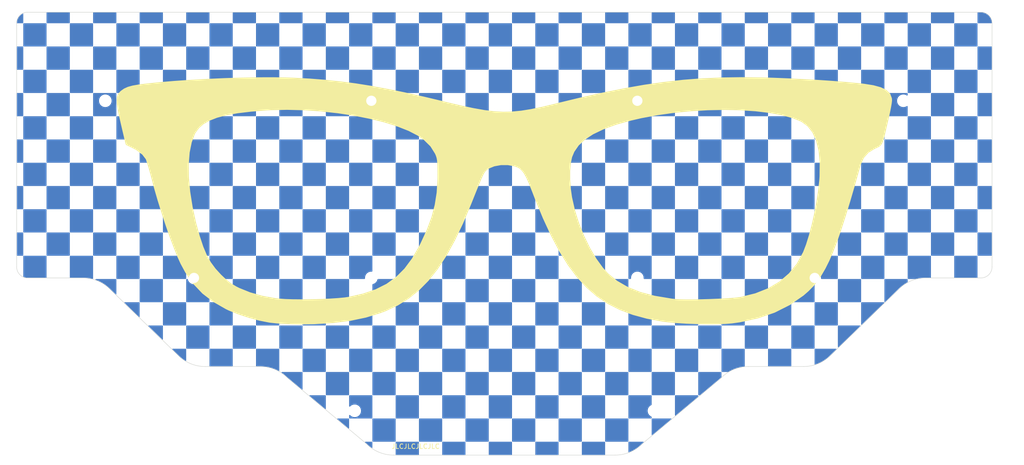
<source format=kicad_pcb>
(kicad_pcb (version 20221018) (generator pcbnew)
  (layers (0 "F.Cu" signal) (31 "B.Cu" signal) (34 "B.Paste" user) (35 "F.Paste" user) (36 "B.SilkS" user "B.Silkscreen") (37 "F.SilkS" user "F.Silkscreen") (38 "B.Mask" user) (39 "F.Mask" user) (44 "Edge.Cuts" user))
  (net 0 "")
  (footprint "clipboard:833f9455-9a0c-40bf-835c-9508c28db473" (layer "F.Cu") (at 50.857816 65.386093)
    (fp_text reference "" (at 0 0) (layer "F.SilkS") (effects (font (size 1.27 1.27))))
    (fp_text value "" (at 0 0) (layer "F.SilkS") (effects (font (size 1.27 1.27))))
    (fp_text user "${REFERENCE}" (at 88.177767 26.264375) (layer "F.SilkS") (effects (font (size 1.5 1.5) (thickness 0.3))))
  )
  (footprint "kbd_Hole:m2_Screw_Hole" (layer "F.Cu") (at 104.775 66.675)
    (fp_text reference "Ref**")
    (fp_text value "Val**")
    (pad "" np_thru_hole circle (at 0 0) (size 2.2 2.2) (drill 2.2) (layers "*.Cu" "*.Mask"))
  )
  (footprint "kbd_Hole:m2_Screw_Hole" (layer "F.Cu") (at 66.675 104.775)
    (fp_text reference "Ref**")
    (fp_text value "Val**")
    (pad "" np_thru_hole circle (at 0 0) (size 2.2 2.2) (drill 2.2) (layers "*.Cu" "*.Mask"))
  )
  (footprint "kbd_Hole:m2_Screw_Hole" (layer "F.Cu") (at 161.925 66.675)
    (fp_text reference "Ref**")
    (fp_text value "Val**")
    (pad "" np_thru_hole circle (at 0 0) (size 2.2 2.2) (drill 2.2) (layers "*.Cu" "*.Mask"))
  )
  (footprint "kbd_Hole:m2_Screw_Hole" (layer "F.Cu") (at 219.075 66.675)
    (fp_text reference "Ref**")
    (fp_text value "Val**")
    (pad "" np_thru_hole circle (at 0 0) (size 2.2 2.2) (drill 2.2) (layers "*.Cu" "*.Mask"))
  )
  (footprint "kbd_Hole:m2_Screw_Hole" (layer "F.Cu") (at 47.625 66.675)
    (fp_text reference "Ref**")
    (fp_text value "Val**")
    (pad "" np_thru_hole circle (at 0 0) (size 2.2 2.2) (drill 2.2) (layers "*.Cu" "*.Mask"))
  )
  (footprint "kbd_Hole:m2_Screw_Hole" (layer "F.Cu") (at 165.496875 133.35)
    (fp_text reference "Ref**")
    (fp_text value "Val**")
    (pad "" np_thru_hole circle (at 0 0) (size 2.2 2.2) (drill 2.2) (layers "*.Cu" "*.Mask"))
  )
  (footprint "kbd_Hole:m2_Screw_Hole" (layer "F.Cu") (at 101.203125 133.35)
    (fp_text reference "Ref**")
    (fp_text value "Val**")
    (pad "" np_thru_hole circle (at 0 0) (size 2.2 2.2) (drill 2.2) (layers "*.Cu" "*.Mask"))
  )
  (footprint "kbd_Hole:m2_Screw_Hole" (layer "F.Cu") (at 104.775 104.775)
    (fp_text reference "Ref**")
    (fp_text value "Val**")
    (pad "" np_thru_hole circle (at 0 0) (size 2.2 2.2) (drill 2.2) (layers "*.Cu" "*.Mask"))
  )
  (footprint "kbd_Hole:m2_Screw_Hole" (layer "F.Cu") (at 200.025 104.775)
    (fp_text reference "Ref**")
    (fp_text value "Val**")
    (pad "" np_thru_hole circle (at 0 0) (size 2.2 2.2) (drill 2.2) (layers "*.Cu" "*.Mask"))
  )
  (footprint "kbd_Hole:m2_Screw_Hole" (layer "F.Cu") (at 161.925 104.775)
    (fp_text reference "Ref**")
    (fp_text value "Val**")
    (pad "" np_thru_hole circle (at 0 0) (size 2.2 2.2) (drill 2.2) (layers "*.Cu" "*.Mask"))
  )
  (gr_line (start 28.575 50.00625) (end 28.575 102.39375) (stroke (width 0.1)) (layer "Edge.Cuts"))
  (gr_arc (start 218.088656 107.156249) (mid 220.726247 105.393871) (end 223.8375 104.775) (stroke (width 0.1)) (layer "Edge.Cuts"))
  (gr_line (start 223.8375 104.775) (end 235.74375 104.775) (stroke (width 0.1)) (layer "Edge.Cuts"))
  (gr_arc (start 80.9625 123.825) (mid 84.073752 124.443866) (end 86.711344 126.206249) (stroke (width 0.1)) (layer "Edge.Cuts"))
  (gr_arc (start 30.95625 104.775) (mid 29.272452 104.077548) (end 28.575 102.39375) (stroke (width 0.1)) (layer "Edge.Cuts"))
  (gr_arc (start 179.988656 126.206249) (mid 182.626244 124.443857) (end 185.7375 123.825) (stroke (width 0.1)) (layer "Edge.Cuts"))
  (gr_arc (start 69.05625 123.825) (mid 65.944998 123.206134) (end 63.307406 121.443751) (stroke (width 0.1)) (layer "Edge.Cuts"))
  (gr_line (start 48.611344 107.156249) (end 63.307406 121.443751) (stroke (width 0.1)) (layer "Edge.Cuts"))
  (gr_line (start 122.634478 47.62504) (end 235.74375 47.625) (stroke (width 0.1)) (layer "Edge.Cuts"))
  (gr_arc (start 109.5375 142.875) (mid 106.426247 142.256135) (end 103.788656 140.493751) (stroke (width 0.1)) (layer "Edge.Cuts"))
  (gr_line (start 69.05625 123.825) (end 80.9625 123.825) (stroke (width 0.1)) (layer "Edge.Cuts"))
  (gr_arc (start 28.575 50.00625) (mid 29.272452 48.322452) (end 30.95625 47.625) (stroke (width 0.1)) (layer "Edge.Cuts"))
  (gr_line (start 122.634478 47.62504) (end 30.95625 47.625) (stroke (width 0.1)) (layer "Edge.Cuts"))
  (gr_line (start 86.711344 126.206249) (end 103.788656 140.493751) (stroke (width 0.1)) (layer "Edge.Cuts"))
  (gr_arc (start 235.74375 47.625) (mid 237.427548 48.322452) (end 238.125 50.00625) (stroke (width 0.1)) (layer "Edge.Cuts"))
  (gr_line (start 197.64375 123.825) (end 185.7375 123.825) (stroke (width 0.1)) (layer "Edge.Cuts"))
  (gr_line (start 238.125 102.39375) (end 238.125 50.00625) (stroke (width 0.1)) (layer "Edge.Cuts"))
  (gr_arc (start 162.911344 140.493751) (mid 160.273747 142.256122) (end 157.1625 142.875) (stroke (width 0.1)) (layer "Edge.Cuts"))
  (gr_line (start 218.088656 107.156249) (end 203.392594 121.443751) (stroke (width 0.1)) (layer "Edge.Cuts"))
  (gr_arc (start 238.125 102.39375) (mid 237.427548 104.077548) (end 235.74375 104.775) (stroke (width 0.1)) (layer "Edge.Cuts"))
  (gr_line (start 179.988656 126.206249) (end 162.911344 140.493751) (stroke (width 0.1)) (layer "Edge.Cuts"))
  (gr_arc (start 42.8625 104.775) (mid 45.973752 105.393866) (end 48.611344 107.156249) (stroke (width 0.1)) (layer "Edge.Cuts"))
  (gr_line (start 109.5375 142.875) (end 157.1625 142.875) (stroke (width 0.1)) (layer "Edge.Cuts"))
  (gr_line (start 30.95625 104.775) (end 42.8625 104.775) (stroke (width 0.1)) (layer "Edge.Cuts"))
  (gr_arc (start 203.392594 121.443751) (mid 200.755015 123.206165) (end 197.64375 123.825) (stroke (width 0.1)) (layer "Edge.Cuts"))
  (gr_text "JLCJLCJLCJLC" (at 114.300096 141) (layer "F.SilkS") (effects (font (size 1 1))))
  (zone (net 0) (net_name "") (layer "B.Cu") (connect_pads (clearance 0.5)) (min_thickness 0.25) (fill yes (thermal_gap 0.5) (thermal_bridge_width 0.5) (island_removal_mode 1) (island_area_min 10))
    (polygon (pts (xy 28.575024 47.62504) (xy 28.575024 104.775088) (xy 104.179775 142.87512) (xy 161.925136 142.87512) (xy 238.1252 104.775088) (xy 238.1252 47.62504)))
  )
  (zone (net 0) (net_name "") (layers "B.Cu" "User.3") (connect_pads (clearance 0)) (min_thickness 0.25)
    (keepout (tracks allowed) (vias allowed) (pads allowed) (copperpour not_allowed) (footprints allowed))
    (fill (thermal_gap 0.5) (thermal_bridge_width 0.5))
    (polygon (pts (xy 130 75) (xy 135 75) (xy 135 80) (xy 130 80)))
  )
  (zone (net 0) (net_name "") (layers "B.Cu" "User.3") (connect_pads (clearance 0)) (min_thickness 0.25)
    (keepout (tracks allowed) (vias allowed) (pads allowed) (copperpour not_allowed) (footprints allowed))
    (fill (thermal_gap 0.5) (thermal_bridge_width 0.5))
    (polygon (pts (xy 190 125) (xy 195 125) (xy 195 130) (xy 190 130)))
  )
  (zone (net 0) (net_name "") (layers "B.Cu" "User.3") (connect_pads (clearance 0)) (min_thickness 0.25)
    (keepout (tracks allowed) (vias allowed) (pads allowed) (copperpour not_allowed) (footprints allowed))
    (fill (thermal_gap 0.5) (thermal_bridge_width 0.5))
    (polygon (pts (xy 240 55) (xy 245 55) (xy 245 60) (xy 240 60)))
  )
  (zone (net 0) (net_name "") (layers "B.Cu" "User.3") (connect_pads (clearance 0)) (min_thickness 0.25)
    (keepout (tracks allowed) (vias allowed) (pads allowed) (copperpour not_allowed) (footprints allowed))
    (fill (thermal_gap 0.5) (thermal_bridge_width 0.5))
    (polygon (pts (xy 70 55) (xy 75 55) (xy 75 60) (xy 70 60)))
  )
  (zone (net 0) (net_name "") (layers "B.Cu" "User.3") (connect_pads (clearance 0)) (min_thickness 0.25)
    (keepout (tracks allowed) (vias allowed) (pads allowed) (copperpour not_allowed) (footprints allowed))
    (fill (thermal_gap 0.5) (thermal_bridge_width 0.5))
    (polygon (pts (xy 45 100) (xy 50 100) (xy 50 105) (xy 45 105)))
  )
  (zone (net 0) (net_name "") (layers "B.Cu" "User.3") (connect_pads (clearance 0)) (min_thickness 0.25)
    (keepout (tracks allowed) (vias allowed) (pads allowed) (copperpour not_allowed) (footprints allowed))
    (fill (thermal_gap 0.5) (thermal_bridge_width 0.5))
    (polygon (pts (xy 35 90) (xy 40 90) (xy 40 95) (xy 35 95)))
  )
  (zone (net 0) (net_name "") (layers "B.Cu" "User.3") (connect_pads (clearance 0)) (min_thickness 0.25)
    (keepout (tracks allowed) (vias allowed) (pads allowed) (copperpour not_allowed) (footprints allowed))
    (fill (thermal_gap 0.5) (thermal_bridge_width 0.5))
    (polygon (pts (xy 45 110) (xy 50 110) (xy 50 115) (xy 45 115)))
  )
  (zone (net 0) (net_name "") (layers "B.Cu" "User.3") (connect_pads (clearance 0)) (min_thickness 0.25)
    (keepout (tracks allowed) (vias allowed) (pads allowed) (copperpour not_allowed) (footprints allowed))
    (fill (thermal_gap 0.5) (thermal_bridge_width 0.5))
    (polygon (pts (xy 90 55) (xy 95 55) (xy 95 60) (xy 90 60)))
  )
  (zone (net 0) (net_name "") (layers "B.Cu" "User.3") (connect_pads (clearance 0)) (min_thickness 0.25)
    (keepout (tracks allowed) (vias allowed) (pads allowed) (copperpour not_allowed) (footprints allowed))
    (fill (thermal_gap 0.5) (thermal_bridge_width 0.5))
    (polygon (pts (xy 220 105) (xy 225 105) (xy 225 110) (xy 220 110)))
  )
  (zone (net 0) (net_name "") (layers "B.Cu" "User.3") (connect_pads (clearance 0)) (min_thickness 0.25)
    (keepout (tracks allowed) (vias allowed) (pads allowed) (copperpour not_allowed) (footprints allowed))
    (fill (thermal_gap 0.5) (thermal_bridge_width 0.5))
    (polygon (pts (xy 235 110) (xy 240 110) (xy 240 115) (xy 235 115)))
  )
  (zone (net 0) (net_name "") (layers "B.Cu" "User.3") (connect_pads (clearance 0)) (min_thickness 0.25)
    (keepout (tracks allowed) (vias allowed) (pads allowed) (copperpour not_allowed) (footprints allowed))
    (fill (thermal_gap 0.5) (thermal_bridge_width 0.5))
    (polygon (pts (xy 215 130) (xy 220 130) (xy 220 135) (xy 215 135)))
  )
  (zone (net 0) (net_name "") (layers "B.Cu" "User.3") (connect_pads (clearance 0)) (min_thickness 0.25)
    (keepout (tracks allowed) (vias allowed) (pads allowed) (copperpour not_allowed) (footprints allowed))
    (fill (thermal_gap 0.5) (thermal_bridge_width 0.5))
    (polygon (pts (xy 55 50) (xy 60 50) (xy 60 55) (xy 55 55)))
  )
  (zone (net 0) (net_name "") (layers "B.Cu" "User.3") (connect_pads (clearance 0)) (min_thickness 0.25)
    (keepout (tracks allowed) (vias allowed) (pads allowed) (copperpour not_allowed) (footprints allowed))
    (fill (thermal_gap 0.5) (thermal_bridge_width 0.5))
    (polygon (pts (xy 75 90) (xy 80 90) (xy 80 95) (xy 75 95)))
  )
  (zone (net 0) (net_name "") (layers "B.Cu" "User.3") (connect_pads (clearance 0)) (min_thickness 0.25)
    (keepout (tracks allowed) (vias allowed) (pads allowed) (copperpour not_allowed) (footprints allowed))
    (fill (thermal_gap 0.5) (thermal_bridge_width 0.5))
    (polygon (pts (xy 150 65) (xy 155 65) (xy 155 70) (xy 150 70)))
  )
  (zone (net 0) (net_name "") (layers "B.Cu" "User.3") (connect_pads (clearance 0)) (min_thickness 0.25)
    (keepout (tracks allowed) (vias allowed) (pads allowed) (copperpour not_allowed) (footprints allowed))
    (fill (thermal_gap 0.5) (thermal_bridge_width 0.5))
    (polygon (pts (xy 140 45) (xy 145 45) (xy 145 50) (xy 140 50)))
  )
  (zone (net 0) (net_name "") (layers "B.Cu" "User.3") (connect_pads (clearance 0)) (min_thickness 0.25)
    (keepout (tracks allowed) (vias allowed) (pads allowed) (copperpour not_allowed) (footprints allowed))
    (fill (thermal_gap 0.5) (thermal_bridge_width 0.5))
    (polygon (pts (xy 50 125) (xy 55 125) (xy 55 130) (xy 50 130)))
  )
  (zone (net 0) (net_name "") (layers "B.Cu" "User.3") (connect_pads (clearance 0)) (min_thickness 0.25)
    (keepout (tracks allowed) (vias allowed) (pads allowed) (copperpour not_allowed) (footprints allowed))
    (fill (thermal_gap 0.5) (thermal_bridge_width 0.5))
    (polygon (pts (xy 115 60) (xy 120 60) (xy 120 65) (xy 115 65)))
  )
  (zone (net 0) (net_name "") (layers "B.Cu" "User.3") (connect_pads (clearance 0)) (min_thickness 0.25)
    (keepout (tracks allowed) (vias allowed) (pads allowed) (copperpour not_allowed) (footprints allowed))
    (fill (thermal_gap 0.5) (thermal_bridge_width 0.5))
    (polygon (pts (xy 180 115) (xy 185 115) (xy 185 120) (xy 180 120)))
  )
  (zone (net 0) (net_name "") (layers "B.Cu" "User.3") (connect_pads (clearance 0)) (min_thickness 0.25)
    (keepout (tracks allowed) (vias allowed) (pads allowed) (copperpour not_allowed) (footprints allowed))
    (fill (thermal_gap 0.5) (thermal_bridge_width 0.5))
    (polygon (pts (xy 160 65) (xy 165 65) (xy 165 70) (xy 160 70)))
  )
  (zone (net 0) (net_name "") (layers "B.Cu" "User.3") (connect_pads (clearance 0)) (min_thickness 0.25)
    (keepout (tracks allowed) (vias allowed) (pads allowed) (copperpour not_allowed) (footprints allowed))
    (fill (thermal_gap 0.5) (thermal_bridge_width 0.5))
    (polygon (pts (xy 30 125) (xy 35 125) (xy 35 130) (xy 30 130)))
  )
  (zone (net 0) (net_name "") (layers "B.Cu" "User.3") (connect_pads (clearance 0)) (min_thickness 0.25)
    (keepout (tracks allowed) (vias allowed) (pads allowed) (copperpour not_allowed) (footprints allowed))
    (fill (thermal_gap 0.5) (thermal_bridge_width 0.5))
    (polygon (pts (xy 185 90) (xy 190 90) (xy 190 95) (xy 185 95)))
  )
  (zone (net 0) (net_name "") (layers "B.Cu" "User.3") (connect_pads (clearance 0)) (min_thickness 0.25)
    (keepout (tracks allowed) (vias allowed) (pads allowed) (copperpour not_allowed) (footprints allowed))
    (fill (thermal_gap 0.5) (thermal_bridge_width 0.5))
    (polygon (pts (xy 130 45) (xy 135 45) (xy 135 50) (xy 130 50)))
  )
  (zone (net 0) (net_name "") (layers "B.Cu" "User.3") (connect_pads (clearance 0)) (min_thickness 0.25)
    (keepout (tracks allowed) (vias allowed) (pads allowed) (copperpour not_allowed) (footprints allowed))
    (fill (thermal_gap 0.5) (thermal_bridge_width 0.5))
    (polygon (pts (xy 50 95) (xy 55 95) (xy 55 100) (xy 50 100)))
  )
  (zone (net 0) (net_name "") (layers "B.Cu" "User.3") (connect_pads (clearance 0)) (min_thickness 0.25)
    (keepout (tracks allowed) (vias allowed) (pads allowed) (copperpour not_allowed) (footprints allowed))
    (fill (thermal_gap 0.5) (thermal_bridge_width 0.5))
    (polygon (pts (xy 95 130) (xy 100 130) (xy 100 135) (xy 95 135)))
  )
  (zone (net 0) (net_name "") (layers "B.Cu" "User.3") (connect_pads (clearance 0)) (min_thickness 0.25)
    (keepout (tracks allowed) (vias allowed) (pads allowed) (copperpour not_allowed) (footprints allowed))
    (fill (thermal_gap 0.5) (thermal_bridge_width 0.5))
    (polygon (pts (xy 220 95) (xy 225 95) (xy 225 100) (xy 220 100)))
  )
  (zone (net 0) (net_name "") (layers "B.Cu" "User.3") (connect_pads (clearance 0)) (min_thickness 0.25)
    (keepout (tracks allowed) (vias allowed) (pads allowed) (copperpour not_allowed) (footprints allowed))
    (fill (thermal_gap 0.5) (thermal_bridge_width 0.5))
    (polygon (pts (xy 90 105) (xy 95 105) (xy 95 110) (xy 90 110)))
  )
  (zone (net 0) (net_name "") (layers "B.Cu" "User.3") (connect_pads (clearance 0)) (min_thickness 0.25)
    (keepout (tracks allowed) (vias allowed) (pads allowed) (copperpour not_allowed) (footprints allowed))
    (fill (thermal_gap 0.5) (thermal_bridge_width 0.5))
    (polygon (pts (xy 240 75) (xy 245 75) (xy 245 80) (xy 240 80)))
  )
  (zone (net 0) (net_name "") (layers "B.Cu" "User.3") (connect_pads (clearance 0)) (min_thickness 0.25)
    (keepout (tracks allowed) (vias allowed) (pads allowed) (copperpour not_allowed) (footprints allowed))
    (fill (thermal_gap 0.5) (thermal_bridge_width 0.5))
    (polygon (pts (xy 145 70) (xy 150 70) (xy 150 75) (xy 145 75)))
  )
  (zone (net 0) (net_name "") (layers "B.Cu" "User.3") (connect_pads (clearance 0)) (min_thickness 0.25)
    (keepout (tracks allowed) (vias allowed) (pads allowed) (copperpour not_allowed) (footprints allowed))
    (fill (thermal_gap 0.5) (thermal_bridge_width 0.5))
    (polygon (pts (xy 25 100) (xy 30 100) (xy 30 105) (xy 25 105)))
  )
  (zone (net 0) (net_name "") (layers "B.Cu" "User.3") (connect_pads (clearance 0)) (min_thickness 0.25)
    (keepout (tracks allowed) (vias allowed) (pads allowed) (copperpour not_allowed) (footprints allowed))
    (fill (thermal_gap 0.5) (thermal_bridge_width 0.5))
    (polygon (pts (xy 105 50) (xy 110 50) (xy 110 55) (xy 105 55)))
  )
  (zone (net 0) (net_name "") (layers "B.Cu" "User.3") (connect_pads (clearance 0)) (min_thickness 0.25)
    (keepout (tracks allowed) (vias allowed) (pads allowed) (copperpour not_allowed) (footprints allowed))
    (fill (thermal_gap 0.5) (thermal_bridge_width 0.5))
    (polygon (pts (xy 200 85) (xy 205 85) (xy 205 90) (xy 200 90)))
  )
  (zone (net 0) (net_name "") (layers "B.Cu" "User.3") (connect_pads (clearance 0)) (min_thickness 0.25)
    (keepout (tracks allowed) (vias allowed) (pads allowed) (copperpour not_allowed) (footprints allowed))
    (fill (thermal_gap 0.5) (thermal_bridge_width 0.5))
    (polygon (pts (xy 105 130) (xy 110 130) (xy 110 135) (xy 105 135)))
  )
  (zone (net 0) (net_name "") (layers "B.Cu" "User.3") (connect_pads (clearance 0)) (min_thickness 0.25)
    (keepout (tracks allowed) (vias allowed) (pads allowed) (copperpour not_allowed) (footprints allowed))
    (fill (thermal_gap 0.5) (thermal_bridge_width 0.5))
    (polygon (pts (xy 75 50) (xy 80 50) (xy 80 55) (xy 75 55)))
  )
  (zone (net 0) (net_name "") (layers "B.Cu" "User.3") (connect_pads (clearance 0)) (min_thickness 0.25)
    (keepout (tracks allowed) (vias allowed) (pads allowed) (copperpour not_allowed) (footprints allowed))
    (fill (thermal_gap 0.5) (thermal_bridge_width 0.5))
    (polygon (pts (xy 160 55) (xy 165 55) (xy 165 60) (xy 160 60)))
  )
  (zone (net 0) (net_name "") (layers "B.Cu" "User.3") (connect_pads (clearance 0)) (min_thickness 0.25)
    (keepout (tracks allowed) (vias allowed) (pads allowed) (copperpour not_allowed) (footprints allowed))
    (fill (thermal_gap 0.5) (thermal_bridge_width 0.5))
    (polygon (pts (xy 30 65) (xy 35 65) (xy 35 70) (xy 30 70)))
  )
  (zone (net 0) (net_name "") (layers "B.Cu" "User.3") (connect_pads (clearance 0)) (min_thickness 0.25)
    (keepout (tracks allowed) (vias allowed) (pads allowed) (copperpour not_allowed) (footprints allowed))
    (fill (thermal_gap 0.5) (thermal_bridge_width 0.5))
    (polygon (pts (xy 100 105) (xy 105 105) (xy 105 110) (xy 100 110)))
  )
  (zone (net 0) (net_name "") (layers "B.Cu" "User.3") (connect_pads (clearance 0)) (min_thickness 0.25)
    (keepout (tracks allowed) (vias allowed) (pads allowed) (copperpour not_allowed) (footprints allowed))
    (fill (thermal_gap 0.5) (thermal_bridge_width 0.5))
    (polygon (pts (xy 165 80) (xy 170 80) (xy 170 85) (xy 165 85)))
  )
  (zone (net 0) (net_name "") (layers "B.Cu" "User.3") (connect_pads (clearance 0)) (min_thickness 0.25)
    (keepout (tracks allowed) (vias allowed) (pads allowed) (copperpour not_allowed) (footprints allowed))
    (fill (thermal_gap 0.5) (thermal_bridge_width 0.5))
    (polygon (pts (xy 40 45) (xy 45 45) (xy 45 50) (xy 40 50)))
  )
  (zone (net 0) (net_name "") (layers "B.Cu" "User.3") (connect_pads (clearance 0)) (min_thickness 0.25)
    (keepout (tracks allowed) (vias allowed) (pads allowed) (copperpour not_allowed) (footprints allowed))
    (fill (thermal_gap 0.5) (thermal_bridge_width 0.5))
    (polygon (pts (xy 175 140) (xy 180 140) (xy 180 145) (xy 175 145)))
  )
  (zone (net 0) (net_name "") (layers "B.Cu" "User.3") (connect_pads (clearance 0)) (min_thickness 0.25)
    (keepout (tracks allowed) (vias allowed) (pads allowed) (copperpour not_allowed) (footprints allowed))
    (fill (thermal_gap 0.5) (thermal_bridge_width 0.5))
    (polygon (pts (xy 80 125) (xy 85 125) (xy 85 130) (xy 80 130)))
  )
  (zone (net 0) (net_name "") (layers "B.Cu" "User.3") (connect_pads (clearance 0)) (min_thickness 0.25)
    (keepout (tracks allowed) (vias allowed) (pads allowed) (copperpour not_allowed) (footprints allowed))
    (fill (thermal_gap 0.5) (thermal_bridge_width 0.5))
    (polygon (pts (xy 205 130) (xy 210 130) (xy 210 135) (xy 205 135)))
  )
  (zone (net 0) (net_name "") (layers "B.Cu" "User.3") (connect_pads (clearance 0)) (min_thickness 0.25)
    (keepout (tracks allowed) (vias allowed) (pads allowed) (copperpour not_allowed) (footprints allowed))
    (fill (thermal_gap 0.5) (thermal_bridge_width 0.5))
    (polygon (pts (xy 75 130) (xy 80 130) (xy 80 135) (xy 75 135)))
  )
  (zone (net 0) (net_name "") (layers "B.Cu" "User.3") (connect_pads (clearance 0)) (min_thickness 0.25)
    (keepout (tracks allowed) (vias allowed) (pads allowed) (copperpour not_allowed) (footprints allowed))
    (fill (thermal_gap 0.5) (thermal_bridge_width 0.5))
    (polygon (pts (xy 155 80) (xy 160 80) (xy 160 85) (xy 155 85)))
  )
  (zone (net 0) (net_name "") (layers "B.Cu" "User.3") (connect_pads (clearance 0)) (min_thickness 0.25)
    (keepout (tracks allowed) (vias allowed) (pads allowed) (copperpour not_allowed) (footprints allowed))
    (fill (thermal_gap 0.5) (thermal_bridge_width 0.5))
    (polygon (pts (xy 225 120) (xy 230 120) (xy 230 125) (xy 225 125)))
  )
  (zone (net 0) (net_name "") (layers "B.Cu" "User.3") (connect_pads (clearance 0)) (min_thickness 0.25)
    (keepout (tracks allowed) (vias allowed) (pads allowed) (copperpour not_allowed) (footprints allowed))
    (fill (thermal_gap 0.5) (thermal_bridge_width 0.5))
    (polygon (pts (xy 185 110) (xy 190 110) (xy 190 115) (xy 185 115)))
  )
  (zone (net 0) (net_name "") (layers "B.Cu" "User.3") (connect_pads (clearance 0)) (min_thickness 0.25)
    (keepout (tracks allowed) (vias allowed) (pads allowed) (copperpour not_allowed) (footprints allowed))
    (fill (thermal_gap 0.5) (thermal_bridge_width 0.5))
    (polygon (pts (xy 150 75) (xy 155 75) (xy 155 80) (xy 150 80)))
  )
  (zone (net 0) (net_name "") (layers "B.Cu" "User.3") (connect_pads (clearance 0)) (min_thickness 0.25)
    (keepout (tracks allowed) (vias allowed) (pads allowed) (copperpour not_allowed) (footprints allowed))
    (fill (thermal_gap 0.5) (thermal_bridge_width 0.5))
    (polygon (pts (xy 210 135) (xy 215 135) (xy 215 140) (xy 210 140)))
  )
  (zone (net 0) (net_name "") (layers "B.Cu" "User.3") (connect_pads (clearance 0)) (min_thickness 0.25)
    (keepout (tracks allowed) (vias allowed) (pads allowed) (copperpour not_allowed) (footprints allowed))
    (fill (thermal_gap 0.5) (thermal_bridge_width 0.5))
    (polygon (pts (xy 90 75) (xy 95 75) (xy 95 80) (xy 90 80)))
  )
  (zone (net 0) (net_name "") (layers "B.Cu" "User.3") (connect_pads (clearance 0)) (min_thickness 0.25)
    (keepout (tracks allowed) (vias allowed) (pads allowed) (copperpour not_allowed) (footprints allowed))
    (fill (thermal_gap 0.5) (thermal_bridge_width 0.5))
    (polygon (pts (xy 195 90) (xy 200 90) (xy 200 95) (xy 195 95)))
  )
  (zone (net 0) (net_name "") (layers "B.Cu" "User.3") (connect_pads (clearance 0)) (min_thickness 0.25)
    (keepout (tracks allowed) (vias allowed) (pads allowed) (copperpour not_allowed) (footprints allowed))
    (fill (thermal_gap 0.5) (thermal_bridge_width 0.5))
    (polygon (pts (xy 75 140) (xy 80 140) (xy 80 145) (xy 75 145)))
  )
  (zone (net 0) (net_name "") (layers "B.Cu" "User.3") (connect_pads (clearance 0)) (min_thickness 0.25)
    (keepout (tracks allowed) (vias allowed) (pads allowed) (copperpour not_allowed) (footprints allowed))
    (fill (thermal_gap 0.5) (thermal_bridge_width 0.5))
    (polygon (pts (xy 120 75) (xy 125 75) (xy 125 80) (xy 120 80)))
  )
  (zone (net 0) (net_name "") (layers "B.Cu" "User.3") (connect_pads (clearance 0)) (min_thickness 0.25)
    (keepout (tracks allowed) (vias allowed) (pads allowed) (copperpour not_allowed) (footprints allowed))
    (fill (thermal_gap 0.5) (thermal_bridge_width 0.5))
    (polygon (pts (xy 140 55) (xy 145 55) (xy 145 60) (xy 140 60)))
  )
  (zone (net 0) (net_name "") (layers "B.Cu" "User.3") (connect_pads (clearance 0)) (min_thickness 0.25)
    (keepout (tracks allowed) (vias allowed) (pads allowed) (copperpour not_allowed) (footprints allowed))
    (fill (thermal_gap 0.5) (thermal_bridge_width 0.5))
    (polygon (pts (xy 185 70) (xy 190 70) (xy 190 75) (xy 185 75)))
  )
  (zone (net 0) (net_name "") (layers "B.Cu" "User.3") (connect_pads (clearance 0)) (min_thickness 0.25)
    (keepout (tracks allowed) (vias allowed) (pads allowed) (copperpour not_allowed) (footprints allowed))
    (fill (thermal_gap 0.5) (thermal_bridge_width 0.5))
    (polygon (pts (xy 65 80) (xy 70 80) (xy 70 85) (xy 65 85)))
  )
  (zone (net 0) (net_name "") (layers "B.Cu" "User.3") (connect_pads (clearance 0)) (min_thickness 0.25)
    (keepout (tracks allowed) (vias allowed) (pads allowed) (copperpour not_allowed) (footprints allowed))
    (fill (thermal_gap 0.5) (thermal_bridge_width 0.5))
    (polygon (pts (xy 180 95) (xy 185 95) (xy 185 100) (xy 180 100)))
  )
  (zone (net 0) (net_name "") (layers "B.Cu" "User.3") (connect_pads (clearance 0)) (min_thickness 0.25)
    (keepout (tracks allowed) (vias allowed) (pads allowed) (copperpour not_allowed) (footprints allowed))
    (fill (thermal_gap 0.5) (thermal_bridge_width 0.5))
    (polygon (pts (xy 120 55) (xy 125 55) (xy 125 60) (xy 120 60)))
  )
  (zone (net 0) (net_name "") (layers "B.Cu" "User.3") (connect_pads (clearance 0)) (min_thickness 0.25)
    (keepout (tracks allowed) (vias allowed) (pads allowed) (copperpour not_allowed) (footprints allowed))
    (fill (thermal_gap 0.5) (thermal_bridge_width 0.5))
    (polygon (pts (xy 110 95) (xy 115 95) (xy 115 100) (xy 110 100)))
  )
  (zone (net 0) (net_name "") (layers "B.Cu" "User.3") (connect_pads (clearance 0)) (min_thickness 0.25)
    (keepout (tracks allowed) (vias allowed) (pads allowed) (copperpour not_allowed) (footprints allowed))
    (fill (thermal_gap 0.5) (thermal_bridge_width 0.5))
    (polygon (pts (xy 80 105) (xy 85 105) (xy 85 110) (xy 80 110)))
  )
  (zone (net 0) (net_name "") (layers "B.Cu" "User.3") (connect_pads (clearance 0)) (min_thickness 0.25)
    (keepout (tracks allowed) (vias allowed) (pads allowed) (copperpour not_allowed) (footprints allowed))
    (fill (thermal_gap 0.5) (thermal_bridge_width 0.5))
    (polygon (pts (xy 95 70) (xy 100 70) (xy 100 75) (xy 95 75)))
  )
  (zone (net 0) (net_name "") (layers "B.Cu" "User.3") (connect_pads (clearance 0)) (min_thickness 0.25)
    (keepout (tracks allowed) (vias allowed) (pads allowed) (copperpour not_allowed) (footprints allowed))
    (fill (thermal_gap 0.5) (thermal_bridge_width 0.5))
    (polygon (pts (xy 240 95) (xy 245 95) (xy 245 100) (xy 240 100)))
  )
  (zone (net 0) (net_name "") (layers "B.Cu" "User.3") (connect_pads (clearance 0)) (min_thickness 0.25)
    (keepout (tracks allowed) (vias allowed) (pads allowed) (copperpour not_allowed) (footprints allowed))
    (fill (thermal_gap 0.5) (thermal_bridge_width 0.5))
    (polygon (pts (xy 140 125) (xy 145 125) (xy 145 130) (xy 140 130)))
  )
  (zone (net 0) (net_name "") (layers "B.Cu" "User.3") (connect_pads (clearance 0)) (min_thickness 0.25)
    (keepout (tracks allowed) (vias allowed) (pads allowed) (copperpour not_allowed) (footprints allowed))
    (fill (thermal_gap 0.5) (thermal_bridge_width 0.5))
    (polygon (pts (xy 110 125) (xy 115 125) (xy 115 130) (xy 110 130)))
  )
  (zone (net 0) (net_name "") (layers "B.Cu" "User.3") (connect_pads (clearance 0)) (min_thickness 0.25)
    (keepout (tracks allowed) (vias allowed) (pads allowed) (copperpour not_allowed) (footprints allowed))
    (fill (thermal_gap 0.5) (thermal_bridge_width 0.5))
    (polygon (pts (xy 120 115) (xy 125 115) (xy 125 120) (xy 120 120)))
  )
  (zone (net 0) (net_name "") (layers "B.Cu" "User.3") (connect_pads (clearance 0)) (min_thickness 0.25)
    (keepout (tracks allowed) (vias allowed) (pads allowed) (copperpour not_allowed) (footprints allowed))
    (fill (thermal_gap 0.5) (thermal_bridge_width 0.5))
    (polygon (pts (xy 40 55) (xy 45 55) (xy 45 60) (xy 40 60)))
  )
  (zone (net 0) (net_name "") (layers "B.Cu" "User.3") (connect_pads (clearance 0)) (min_thickness 0.25)
    (keepout (tracks allowed) (vias allowed) (pads allowed) (copperpour not_allowed) (footprints allowed))
    (fill (thermal_gap 0.5) (thermal_bridge_width 0.5))
    (polygon (pts (xy 65 50) (xy 70 50) (xy 70 55) (xy 65 55)))
  )
  (zone (net 0) (net_name "") (layers "B.Cu" "User.3") (connect_pads (clearance 0)) (min_thickness 0.25)
    (keepout (tracks allowed) (vias allowed) (pads allowed) (copperpour not_allowed) (footprints allowed))
    (fill (thermal_gap 0.5) (thermal_bridge_width 0.5))
    (polygon (pts (xy 35 70) (xy 40 70) (xy 40 75) (xy 35 75)))
  )
  (zone (net 0) (net_name "") (layers "B.Cu" "User.3") (connect_pads (clearance 0)) (min_thickness 0.25)
    (keepout (tracks allowed) (vias allowed) (pads allowed) (copperpour not_allowed) (footprints allowed))
    (fill (thermal_gap 0.5) (thermal_bridge_width 0.5))
    (polygon (pts (xy 100 75) (xy 105 75) (xy 105 80) (xy 100 80)))
  )
  (zone (net 0) (net_name "") (layers "B.Cu" "User.3") (connect_pads (clearance 0)) (min_thickness 0.25)
    (keepout (tracks allowed) (vias allowed) (pads allowed) (copperpour not_allowed) (footprints allowed))
    (fill (thermal_gap 0.5) (thermal_bridge_width 0.5))
    (polygon (pts (xy 25 140) (xy 30 140) (xy 30 145) (xy 25 145)))
  )
  (zone (net 0) (net_name "") (layers "B.Cu" "User.3") (connect_pads (clearance 0)) (min_thickness 0.25)
    (keepout (tracks allowed) (vias allowed) (pads allowed) (copperpour not_allowed) (footprints allowed))
    (fill (thermal_gap 0.5) (thermal_bridge_width 0.5))
    (polygon (pts (xy 50 85) (xy 55 85) (xy 55 90) (xy 50 90)))
  )
  (zone (net 0) (net_name "") (layers "B.Cu" "User.3") (connect_pads (clearance 0)) (min_thickness 0.25)
    (keepout (tracks allowed) (vias allowed) (pads allowed) (copperpour not_allowed) (footprints allowed))
    (fill (thermal_gap 0.5) (thermal_bridge_width 0.5))
    (polygon (pts (xy 150 135) (xy 155 135) (xy 155 140) (xy 150 140)))
  )
  (zone (net 0) (net_name "") (layers "B.Cu" "User.3") (connect_pads (clearance 0)) (min_thickness 0.25)
    (keepout (tracks allowed) (vias allowed) (pads allowed) (copperpour not_allowed) (footprints allowed))
    (fill (thermal_gap 0.5) (thermal_bridge_width 0.5))
    (polygon (pts (xy 95 80) (xy 100 80) (xy 100 85) (xy 95 85)))
  )
  (zone (net 0) (net_name "") (layers "B.Cu" "User.3") (connect_pads (clearance 0)) (min_thickness 0.25)
    (keepout (tracks allowed) (vias allowed) (pads allowed) (copperpour not_allowed) (footprints allowed))
    (fill (thermal_gap 0.5) (thermal_bridge_width 0.5))
    (polygon (pts (xy 55 60) (xy 60 60) (xy 60 65) (xy 55 65)))
  )
  (zone (net 0) (net_name "") (layers "B.Cu" "User.3") (connect_pads (clearance 0)) (min_thickness 0.25)
    (keepout (tracks allowed) (vias allowed) (pads allowed) (copperpour not_allowed) (footprints allowed))
    (fill (thermal_gap 0.5) (thermal_bridge_width 0.5))
    (polygon (pts (xy 155 90) (xy 160 90) (xy 160 95) (xy 155 95)))
  )
  (zone (net 0) (net_name "") (layers "B.Cu" "User.3") (connect_pads (clearance 0)) (min_thickness 0.25)
    (keepout (tracks allowed) (vias allowed) (pads allowed) (copperpour not_allowed) (footprints allowed))
    (fill (thermal_gap 0.5) (thermal_bridge_width 0.5))
    (polygon (pts (xy 155 140) (xy 160 140) (xy 160 145) (xy 155 145)))
  )
  (zone (net 0) (net_name "") (layers "B.Cu" "User.3") (connect_pads (clearance 0)) (min_thickness 0.25)
    (keepout (tracks allowed) (vias allowed) (pads allowed) (copperpour not_allowed) (footprints allowed))
    (fill (thermal_gap 0.5) (thermal_bridge_width 0.5))
    (polygon (pts (xy 30 135) (xy 35 135) (xy 35 140) (xy 30 140)))
  )
  (zone (net 0) (net_name "") (layers "B.Cu" "User.3") (connect_pads (clearance 0)) (min_thickness 0.25)
    (keepout (tracks allowed) (vias allowed) (pads allowed) (copperpour not_allowed) (footprints allowed))
    (fill (thermal_gap 0.5) (thermal_bridge_width 0.5))
    (polygon (pts (xy 80 45) (xy 85 45) (xy 85 50) (xy 80 50)))
  )
  (zone (net 0) (net_name "") (layers "B.Cu" "User.3") (connect_pads (clearance 0)) (min_thickness 0.25)
    (keepout (tracks allowed) (vias allowed) (pads allowed) (copperpour not_allowed) (footprints allowed))
    (fill (thermal_gap 0.5) (thermal_bridge_width 0.5))
    (polygon (pts (xy 195 100) (xy 200 100) (xy 200 105) (xy 195 105)))
  )
  (zone (net 0) (net_name "") (layers "B.Cu" "User.3") (connect_pads (clearance 0)) (min_thickness 0.25)
    (keepout (tracks allowed) (vias allowed) (pads allowed) (copperpour not_allowed) (footprints allowed))
    (fill (thermal_gap 0.5) (thermal_bridge_width 0.5))
    (polygon (pts (xy 195 110) (xy 200 110) (xy 200 115) (xy 195 115)))
  )
  (zone (net 0) (net_name "") (layers "B.Cu" "User.3") (connect_pads (clearance 0)) (min_thickness 0.25)
    (keepout (tracks allowed) (vias allowed) (pads allowed) (copperpour not_allowed) (footprints allowed))
    (fill (thermal_gap 0.5) (thermal_bridge_width 0.5))
    (polygon (pts (xy 135 80) (xy 140 80) (xy 140 85) (xy 135 85)))
  )
  (zone (net 0) (net_name "") (layers "B.Cu" "User.3") (connect_pads (clearance 0)) (min_thickness 0.25)
    (keepout (tracks allowed) (vias allowed) (pads allowed) (copperpour not_allowed) (footprints allowed))
    (fill (thermal_gap 0.5) (thermal_bridge_width 0.5))
    (polygon (pts (xy 140 85) (xy 145 85) (xy 145 90) (xy 140 90)))
  )
  (zone (net 0) (net_name "") (layers "B.Cu" "User.3") (connect_pads (clearance 0)) (min_thickness 0.25)
    (keepout (tracks allowed) (vias allowed) (pads allowed) (copperpour not_allowed) (footprints allowed))
    (fill (thermal_gap 0.5) (thermal_bridge_width 0.5))
    (polygon (pts (xy 205 100) (xy 210 100) (xy 210 105) (xy 205 105)))
  )
  (zone (net 0) (net_name "") (layers "B.Cu" "User.3") (connect_pads (clearance 0)) (min_thickness 0.25)
    (keepout (tracks allowed) (vias allowed) (pads allowed) (copperpour not_allowed) (footprints allowed))
    (fill (thermal_gap 0.5) (thermal_bridge_width 0.5))
    (polygon (pts (xy 240 45) (xy 245 45) (xy 245 50) (xy 240 50)))
  )
  (zone (net 0) (net_name "") (layers "B.Cu" "User.3") (connect_pads (clearance 0)) (min_thickness 0.25)
    (keepout (tracks allowed) (vias allowed) (pads allowed) (copperpour not_allowed) (footprints allowed))
    (fill (thermal_gap 0.5) (thermal_bridge_width 0.5))
    (polygon (pts (xy 180 65) (xy 185 65) (xy 185 70) (xy 180 70)))
  )
  (zone (net 0) (net_name "") (layers "B.Cu" "User.3") (connect_pads (clearance 0)) (min_thickness 0.25)
    (keepout (tracks allowed) (vias allowed) (pads allowed) (copperpour not_allowed) (footprints allowed))
    (fill (thermal_gap 0.5) (thermal_bridge_width 0.5))
    (polygon (pts (xy 60 75) (xy 65 75) (xy 65 80) (xy 60 80)))
  )
  (zone (net 0) (net_name "") (layers "B.Cu" "User.3") (connect_pads (clearance 0)) (min_thickness 0.25)
    (keepout (tracks allowed) (vias allowed) (pads allowed) (copperpour not_allowed) (footprints allowed))
    (fill (thermal_gap 0.5) (thermal_bridge_width 0.5))
    (polygon (pts (xy 200 45) (xy 205 45) (xy 205 50) (xy 200 50)))
  )
  (zone (net 0) (net_name "") (layers "B.Cu" "User.3") (connect_pads (clearance 0)) (min_thickness 0.25)
    (keepout (tracks allowed) (vias allowed) (pads allowed) (copperpour not_allowed) (footprints allowed))
    (fill (thermal_gap 0.5) (thermal_bridge_width 0.5))
    (polygon (pts (xy 65 90) (xy 70 90) (xy 70 95) (xy 65 95)))
  )
  (zone (net 0) (net_name "") (layers "B.Cu" "User.3") (connect_pads (clearance 0)) (min_thickness 0.25)
    (keepout (tracks allowed) (vias allowed) (pads allowed) (copperpour not_allowed) (footprints allowed))
    (fill (thermal_gap 0.5) (thermal_bridge_width 0.5))
    (polygon (pts (xy 95 140) (xy 100 140) (xy 100 145) (xy 95 145)))
  )
  (zone (net 0) (net_name "") (layers "B.Cu" "User.3") (connect_pads (clearance 0)) (min_thickness 0.25)
    (keepout (tracks allowed) (vias allowed) (pads allowed) (copperpour not_allowed) (footprints allowed))
    (fill (thermal_gap 0.5) (thermal_bridge_width 0.5))
    (polygon (pts (xy 170 95) (xy 175 95) (xy 175 100) (xy 170 100)))
  )
  (zone (net 0) (net_name "") (layers "B.Cu" "User.3") (connect_pads (clearance 0)) (min_thickness 0.25)
    (keepout (tracks allowed) (vias allowed) (pads allowed) (copperpour not_allowed) (footprints allowed))
    (fill (thermal_gap 0.5) (thermal_bridge_width 0.5))
    (polygon (pts (xy 175 80) (xy 180 80) (xy 180 85) (xy 175 85)))
  )
  (zone (net 0) (net_name "") (layers "B.Cu" "User.3") (connect_pads (clearance 0)) (min_thickness 0.25)
    (keepout (tracks allowed) (vias allowed) (pads allowed) (copperpour not_allowed) (footprints allowed))
    (fill (thermal_gap 0.5) (thermal_bridge_width 0.5))
    (polygon (pts (xy 125 80) (xy 130 80) (xy 130 85) (xy 125 85)))
  )
  (zone (net 0) (net_name "") (layers "B.Cu" "User.3") (connect_pads (clearance 0)) (min_thickness 0.25)
    (keepout (tracks allowed) (vias allowed) (pads allowed) (copperpour not_allowed) (footprints allowed))
    (fill (thermal_gap 0.5) (thermal_bridge_width 0.5))
    (polygon (pts (xy 35 110) (xy 40 110) (xy 40 115) (xy 35 115)))
  )
  (zone (net 0) (net_name "") (layers "B.Cu" "User.3") (connect_pads (clearance 0)) (min_thickness 0.25)
    (keepout (tracks allowed) (vias allowed) (pads allowed) (copperpour not_allowed) (footprints allowed))
    (fill (thermal_gap 0.5) (thermal_bridge_width 0.5))
    (polygon (pts (xy 95 120) (xy 100 120) (xy 100 125) (xy 95 125)))
  )
  (zone (net 0) (net_name "") (layers "B.Cu" "User.3") (connect_pads (clearance 0)) (min_thickness 0.25)
    (keepout (tracks allowed) (vias allowed) (pads allowed) (copperpour not_allowed) (footprints allowed))
    (fill (thermal_gap 0.5) (thermal_bridge_width 0.5))
    (polygon (pts (xy 165 140) (xy 170 140) (xy 170 145) (xy 165 145)))
  )
  (zone (net 0) (net_name "") (layers "B.Cu" "User.3") (connect_pads (clearance 0)) (min_thickness 0.25)
    (keepout (tracks allowed) (vias allowed) (pads allowed) (copperpour not_allowed) (footprints allowed))
    (fill (thermal_gap 0.5) (thermal_bridge_width 0.5))
    (polygon (pts (xy 120 65) (xy 125 65) (xy 125 70) (xy 120 70)))
  )
  (zone (net 0) (net_name "") (layers "B.Cu" "User.3") (connect_pads (clearance 0)) (min_thickness 0.25)
    (keepout (tracks allowed) (vias allowed) (pads allowed) (copperpour not_allowed) (footprints allowed))
    (fill (thermal_gap 0.5) (thermal_bridge_width 0.5))
    (polygon (pts (xy 220 75) (xy 225 75) (xy 225 80) (xy 220 80)))
  )
  (zone (net 0) (net_name "") (layers "B.Cu" "User.3") (connect_pads (clearance 0)) (min_thickness 0.25)
    (keepout (tracks allowed) (vias allowed) (pads allowed) (copperpour not_allowed) (footprints allowed))
    (fill (thermal_gap 0.5) (thermal_bridge_width 0.5))
    (polygon (pts (xy 50 65) (xy 55 65) (xy 55 70) (xy 50 70)))
  )
  (zone (net 0) (net_name "") (layers "B.Cu" "User.3") (connect_pads (clearance 0)) (min_thickness 0.25)
    (keepout (tracks allowed) (vias allowed) (pads allowed) (copperpour not_allowed) (footprints allowed))
    (fill (thermal_gap 0.5) (thermal_bridge_width 0.5))
    (polygon (pts (xy 130 65) (xy 135 65) (xy 135 70) (xy 130 70)))
  )
  (zone (net 0) (net_name "") (layers "B.Cu" "User.3") (connect_pads (clearance 0)) (min_thickness 0.25)
    (keepout (tracks allowed) (vias allowed) (pads allowed) (copperpour not_allowed) (footprints allowed))
    (fill (thermal_gap 0.5) (thermal_bridge_width 0.5))
    (polygon (pts (xy 155 60) (xy 160 60) (xy 160 65) (xy 155 65)))
  )
  (zone (net 0) (net_name "") (layers "B.Cu" "User.3") (connect_pads (clearance 0)) (min_thickness 0.25)
    (keepout (tracks allowed) (vias allowed) (pads allowed) (copperpour not_allowed) (footprints allowed))
    (fill (thermal_gap 0.5) (thermal_bridge_width 0.5))
    (polygon (pts (xy 190 45) (xy 195 45) (xy 195 50) (xy 190 50)))
  )
  (zone (net 0) (net_name "") (layers "B.Cu" "User.3") (connect_pads (clearance 0)) (min_thickness 0.25)
    (keepout (tracks allowed) (vias allowed) (pads allowed) (copperpour not_allowed) (footprints allowed))
    (fill (thermal_gap 0.5) (thermal_bridge_width 0.5))
    (polygon (pts (xy 175 60) (xy 180 60) (xy 180 65) (xy 175 65)))
  )
  (zone (net 0) (net_name "") (layers "B.Cu" "User.3") (connect_pads (clearance 0)) (min_thickness 0.25)
    (keepout (tracks allowed) (vias allowed) (pads allowed) (copperpour not_allowed) (footprints allowed))
    (fill (thermal_gap 0.5) (thermal_bridge_width 0.5))
    (polygon (pts (xy 50 45) (xy 55 45) (xy 55 50) (xy 50 50)))
  )
  (zone (net 0) (net_name "") (layers "B.Cu" "User.3") (connect_pads (clearance 0)) (min_thickness 0.25)
    (keepout (tracks allowed) (vias allowed) (pads allowed) (copperpour not_allowed) (footprints allowed))
    (fill (thermal_gap 0.5) (thermal_bridge_width 0.5))
    (polygon (pts (xy 110 135) (xy 115 135) (xy 115 140) (xy 110 140)))
  )
  (zone (net 0) (net_name "") (layers "B.Cu" "User.3") (connect_pads (clearance 0)) (min_thickness 0.25)
    (keepout (tracks allowed) (vias allowed) (pads allowed) (copperpour not_allowed) (footprints allowed))
    (fill (thermal_gap 0.5) (thermal_bridge_width 0.5))
    (polygon (pts (xy 105 60) (xy 110 60) (xy 110 65) (xy 105 65)))
  )
  (zone (net 0) (net_name "") (layers "B.Cu" "User.3") (connect_pads (clearance 0)) (min_thickness 0.25)
    (keepout (tracks allowed) (vias allowed) (pads allowed) (copperpour not_allowed) (footprints allowed))
    (fill (thermal_gap 0.5) (thermal_bridge_width 0.5))
    (polygon (pts (xy 190 115) (xy 195 115) (xy 195 120) (xy 190 120)))
  )
  (zone (net 0) (net_name "") (layers "B.Cu" "User.3") (connect_pads (clearance 0)) (min_thickness 0.25)
    (keepout (tracks allowed) (vias allowed) (pads allowed) (copperpour not_allowed) (footprints allowed))
    (fill (thermal_gap 0.5) (thermal_bridge_width 0.5))
    (polygon (pts (xy 220 65) (xy 225 65) (xy 225 70) (xy 220 70)))
  )
  (zone (net 0) (net_name "") (layers "B.Cu" "User.3") (connect_pads (clearance 0)) (min_thickness 0.25)
    (keepout (tracks allowed) (vias allowed) (pads allowed) (copperpour not_allowed) (footprints allowed))
    (fill (thermal_gap 0.5) (thermal_bridge_width 0.5))
    (polygon (pts (xy 145 50) (xy 150 50) (xy 150 55) (xy 145 55)))
  )
  (zone (net 0) (net_name "") (layers "B.Cu" "User.3") (connect_pads (clearance 0)) (min_thickness 0.25)
    (keepout (tracks allowed) (vias allowed) (pads allowed) (copperpour not_allowed) (footprints allowed))
    (fill (thermal_gap 0.5) (thermal_bridge_width 0.5))
    (polygon (pts (xy 215 120) (xy 220 120) (xy 220 125) (xy 215 125)))
  )
  (zone (net 0) (net_name "") (layers "B.Cu" "User.3") (connect_pads (clearance 0)) (min_thickness 0.25)
    (keepout (tracks allowed) (vias allowed) (pads allowed) (copperpour not_allowed) (footprints allowed))
    (fill (thermal_gap 0.5) (thermal_bridge_width 0.5))
    (polygon (pts (xy 25 70) (xy 30 70) (xy 30 75) (xy 25 75)))
  )
  (zone (net 0) (net_name "") (layers "B.Cu" "User.3") (connect_pads (clearance 0)) (min_thickness 0.25)
    (keepout (tracks allowed) (vias allowed) (pads allowed) (copperpour not_allowed) (footprints allowed))
    (fill (thermal_gap 0.5) (thermal_bridge_width 0.5))
    (polygon (pts (xy 110 45) (xy 115 45) (xy 115 50) (xy 110 50)))
  )
  (zone (net 0) (net_name "") (layers "B.Cu" "User.3") (connect_pads (clearance 0)) (min_thickness 0.25)
    (keepout (tracks allowed) (vias allowed) (pads allowed) (copperpour not_allowed) (footprints allowed))
    (fill (thermal_gap 0.5) (thermal_bridge_width 0.5))
    (polygon (pts (xy 115 110) (xy 120 110) (xy 120 115) (xy 115 115)))
  )
  (zone (net 0) (net_name "") (layers "B.Cu" "User.3") (connect_pads (clearance 0)) (min_thickness 0.25)
    (keepout (tracks allowed) (vias allowed) (pads allowed) (copperpour not_allowed) (footprints allowed))
    (fill (thermal_gap 0.5) (thermal_bridge_width 0.5))
    (polygon (pts (xy 185 140) (xy 190 140) (xy 190 145) (xy 185 145)))
  )
  (zone (net 0) (net_name "") (layers "B.Cu" "User.3") (connect_pads (clearance 0)) (min_thickness 0.25)
    (keepout (tracks allowed) (vias allowed) (pads allowed) (copperpour not_allowed) (footprints allowed))
    (fill (thermal_gap 0.5) (thermal_bridge_width 0.5))
    (polygon (pts (xy 60 115) (xy 65 115) (xy 65 120) (xy 60 120)))
  )
  (zone (net 0) (net_name "") (layers "B.Cu" "User.3") (connect_pads (clearance 0)) (min_thickness 0.25)
    (keepout (tracks allowed) (vias allowed) (pads allowed) (copperpour not_allowed) (footprints allowed))
    (fill (thermal_gap 0.5) (thermal_bridge_width 0.5))
    (polygon (pts (xy 30 75) (xy 35 75) (xy 35 80) (xy 30 80)))
  )
  (zone (net 0) (net_name "") (layers "B.Cu" "User.3") (connect_pads (clearance 0)) (min_thickness 0.25)
    (keepout (tracks allowed) (vias allowed) (pads allowed) (copperpour not_allowed) (footprints allowed))
    (fill (thermal_gap 0.5) (thermal_bridge_width 0.5))
    (polygon (pts (xy 200 115) (xy 205 115) (xy 205 120) (xy 200 120)))
  )
  (zone (net 0) (net_name "") (layers "B.Cu" "User.3") (connect_pads (clearance 0)) (min_thickness 0.25)
    (keepout (tracks allowed) (vias allowed) (pads allowed) (copperpour not_allowed) (footprints allowed))
    (fill (thermal_gap 0.5) (thermal_bridge_width 0.5))
    (polygon (pts (xy 165 60) (xy 170 60) (xy 170 65) (xy 165 65)))
  )
  (zone (net 0) (net_name "") (layers "B.Cu" "User.3") (connect_pads (clearance 0)) (min_thickness 0.25)
    (keepout (tracks allowed) (vias allowed) (pads allowed) (copperpour not_allowed) (footprints allowed))
    (fill (thermal_gap 0.5) (thermal_bridge_width 0.5))
    (polygon (pts (xy 65 140) (xy 70 140) (xy 70 145) (xy 65 145)))
  )
  (zone (net 0) (net_name "") (layers "B.Cu" "User.3") (connect_pads (clearance 0)) (min_thickness 0.25)
    (keepout (tracks allowed) (vias allowed) (pads allowed) (copperpour not_allowed) (footprints allowed))
    (fill (thermal_gap 0.5) (thermal_bridge_width 0.5))
    (polygon (pts (xy 75 70) (xy 80 70) (xy 80 75) (xy 75 75)))
  )
  (zone (net 0) (net_name "") (layers "B.Cu" "User.3") (connect_pads (clearance 0)) (min_thickness 0.25)
    (keepout (tracks allowed) (vias allowed) (pads allowed) (copperpour not_allowed) (footprints allowed))
    (fill (thermal_gap 0.5) (thermal_bridge_width 0.5))
    (polygon (pts (xy 55 110) (xy 60 110) (xy 60 115) (xy 55 115)))
  )
  (zone (net 0) (net_name "") (layers "B.Cu" "User.3") (connect_pads (clearance 0)) (min_thickness 0.25)
    (keepout (tracks allowed) (vias allowed) (pads allowed) (copperpour not_allowed) (footprints allowed))
    (fill (thermal_gap 0.5) (thermal_bridge_width 0.5))
    (polygon (pts (xy 145 110) (xy 150 110) (xy 150 115) (xy 145 115)))
  )
  (zone (net 0) (net_name "") (layers "B.Cu" "User.3") (connect_pads (clearance 0)) (min_thickness 0.25)
    (keepout (tracks allowed) (vias allowed) (pads allowed) (copperpour not_allowed) (footprints allowed))
    (fill (thermal_gap 0.5) (thermal_bridge_width 0.5))
    (polygon (pts (xy 180 75) (xy 185 75) (xy 185 80) (xy 180 80)))
  )
  (zone (net 0) (net_name "") (layers "B.Cu" "User.3") (connect_pads (clearance 0)) (min_thickness 0.25)
    (keepout (tracks allowed) (vias allowed) (pads allowed) (copperpour not_allowed) (footprints allowed))
    (fill (thermal_gap 0.5) (thermal_bridge_width 0.5))
    (polygon (pts (xy 115 70) (xy 120 70) (xy 120 75) (xy 115 75)))
  )
  (zone (net 0) (net_name "") (layers "B.Cu" "User.3") (connect_pads (clearance 0)) (min_thickness 0.25)
    (keepout (tracks allowed) (vias allowed) (pads allowed) (copperpour not_allowed) (footprints allowed))
    (fill (thermal_gap 0.5) (thermal_bridge_width 0.5))
    (polygon (pts (xy 50 55) (xy 55 55) (xy 55 60) (xy 50 60)))
  )
  (zone (net 0) (net_name "") (layers "B.Cu" "User.3") (connect_pads (clearance 0)) (min_thickness 0.25)
    (keepout (tracks allowed) (vias allowed) (pads allowed) (copperpour not_allowed) (footprints allowed))
    (fill (thermal_gap 0.5) (thermal_bridge_width 0.5))
    (polygon (pts (xy 200 135) (xy 205 135) (xy 205 140) (xy 200 140)))
  )
  (zone (net 0) (net_name "") (layers "B.Cu" "User.3") (connect_pads (clearance 0)) (min_thickness 0.25)
    (keepout (tracks allowed) (vias allowed) (pads allowed) (copperpour not_allowed) (footprints allowed))
    (fill (thermal_gap 0.5) (thermal_bridge_width 0.5))
    (polygon (pts (xy 240 65) (xy 245 65) (xy 245 70) (xy 240 70)))
  )
  (zone (net 0) (net_name "") (layers "B.Cu" "User.3") (connect_pads (clearance 0)) (min_thickness 0.25)
    (keepout (tracks allowed) (vias allowed) (pads allowed) (copperpour not_allowed) (footprints allowed))
    (fill (thermal_gap 0.5) (thermal_bridge_width 0.5))
    (polygon (pts (xy 160 115) (xy 165 115) (xy 165 120) (xy 160 120)))
  )
  (zone (net 0) (net_name "") (layers "B.Cu" "User.3") (connect_pads (clearance 0)) (min_thickness 0.25)
    (keepout (tracks allowed) (vias allowed) (pads allowed) (copperpour not_allowed) (footprints allowed))
    (fill (thermal_gap 0.5) (thermal_bridge_width 0.5))
    (polygon (pts (xy 130 95) (xy 135 95) (xy 135 100) (xy 130 100)))
  )
  (zone (net 0) (net_name "") (layers "B.Cu" "User.3") (connect_pads (clearance 0)) (min_thickness 0.25)
    (keepout (tracks allowed) (vias allowed) (pads allowed) (copperpour not_allowed) (footprints allowed))
    (fill (thermal_gap 0.5) (thermal_bridge_width 0.5))
    (polygon (pts (xy 30 85) (xy 35 85) (xy 35 90) (xy 30 90)))
  )
  (zone (net 0) (net_name "") (layers "B.Cu" "User.3") (connect_pads (clearance 0)) (min_thickness 0.25)
    (keepout (tracks allowed) (vias allowed) (pads allowed) (copperpour not_allowed) (footprints allowed))
    (fill (thermal_gap 0.5) (thermal_bridge_width 0.5))
    (polygon (pts (xy 45 120) (xy 50 120) (xy 50 125) (xy 45 125)))
  )
  (zone (net 0) (net_name "") (layers "B.Cu" "User.3") (connect_pads (clearance 0)) (min_thickness 0.25)
    (keepout (tracks allowed) (vias allowed) (pads allowed) (copperpour not_allowed) (footprints allowed))
    (fill (thermal_gap 0.5) (thermal_bridge_width 0.5))
    (polygon (pts (xy 130 135) (xy 135 135) (xy 135 140) (xy 130 140)))
  )
  (zone (net 0) (net_name "") (layers "B.Cu" "User.3") (connect_pads (clearance 0)) (min_thickness 0.25)
    (keepout (tracks allowed) (vias allowed) (pads allowed) (copperpour not_allowed) (footprints allowed))
    (fill (thermal_gap 0.5) (thermal_bridge_width 0.5))
    (polygon (pts (xy 145 120) (xy 150 120) (xy 150 125) (xy 145 125)))
  )
  (zone (net 0) (net_name "") (layers "B.Cu" "User.3") (connect_pads (clearance 0)) (min_thickness 0.25)
    (keepout (tracks allowed) (vias allowed) (pads allowed) (copperpour not_allowed) (footprints allowed))
    (fill (thermal_gap 0.5) (thermal_bridge_width 0.5))
    (polygon (pts (xy 130 125) (xy 135 125) (xy 135 130) (xy 130 130)))
  )
  (zone (net 0) (net_name "") (layers "B.Cu" "User.3") (connect_pads (clearance 0)) (min_thickness 0.25)
    (keepout (tracks allowed) (vias allowed) (pads allowed) (copperpour not_allowed) (footprints allowed))
    (fill (thermal_gap 0.5) (thermal_bridge_width 0.5))
    (polygon (pts (xy 140 115) (xy 145 115) (xy 145 120) (xy 140 120)))
  )
  (zone (net 0) (net_name "") (layers "B.Cu" "User.3") (connect_pads (clearance 0)) (min_thickness 0.25)
    (keepout (tracks allowed) (vias allowed) (pads allowed) (copperpour not_allowed) (footprints allowed))
    (fill (thermal_gap 0.5) (thermal_bridge_width 0.5))
    (polygon (pts (xy 175 90) (xy 180 90) (xy 180 95) (xy 175 95)))
  )
  (zone (net 0) (net_name "") (layers "B.Cu" "User.3") (connect_pads (clearance 0)) (min_thickness 0.25)
    (keepout (tracks allowed) (vias allowed) (pads allowed) (copperpour not_allowed) (footprints allowed))
    (fill (thermal_gap 0.5) (thermal_bridge_width 0.5))
    (polygon (pts (xy 40 95) (xy 45 95) (xy 45 100) (xy 40 100)))
  )
  (zone (net 0) (net_name "") (layers "B.Cu" "User.3") (connect_pads (clearance 0)) (min_thickness 0.25)
    (keepout (tracks allowed) (vias allowed) (pads allowed) (copperpour not_allowed) (footprints allowed))
    (fill (thermal_gap 0.5) (thermal_bridge_width 0.5))
    (polygon (pts (xy 80 85) (xy 85 85) (xy 85 90) (xy 80 90)))
  )
  (zone (net 0) (net_name "") (layers "B.Cu" "User.3") (connect_pads (clearance 0)) (min_thickness 0.25)
    (keepout (tracks allowed) (vias allowed) (pads allowed) (copperpour not_allowed) (footprints allowed))
    (fill (thermal_gap 0.5) (thermal_bridge_width 0.5))
    (polygon (pts (xy 85 80) (xy 90 80) (xy 90 85) (xy 85 85)))
  )
  (zone (net 0) (net_name "") (layers "B.Cu" "User.3") (connect_pads (clearance 0)) (min_thickness 0.25)
    (keepout (tracks allowed) (vias allowed) (pads allowed) (copperpour not_allowed) (footprints allowed))
    (fill (thermal_gap 0.5) (thermal_bridge_width 0.5))
    (polygon (pts (xy 130 105) (xy 135 105) (xy 135 110) (xy 130 110)))
  )
  (zone (net 0) (net_name "") (layers "B.Cu" "User.3") (connect_pads (clearance 0)) (min_thickness 0.25)
    (keepout (tracks allowed) (vias allowed) (pads allowed) (copperpour not_allowed) (footprints allowed))
    (fill (thermal_gap 0.5) (thermal_bridge_width 0.5))
    (polygon (pts (xy 60 135) (xy 65 135) (xy 65 140) (xy 60 140)))
  )
  (zone (net 0) (net_name "") (layers "B.Cu" "User.3") (connect_pads (clearance 0)) (min_thickness 0.25)
    (keepout (tracks allowed) (vias allowed) (pads allowed) (copperpour not_allowed) (footprints allowed))
    (fill (thermal_gap 0.5) (thermal_bridge_width 0.5))
    (polygon (pts (xy 60 105) (xy 65 105) (xy 65 110) (xy 60 110)))
  )
  (zone (net 0) (net_name "") (layers "B.Cu" "User.3") (connect_pads (clearance 0)) (min_thickness 0.25)
    (keepout (tracks allowed) (vias allowed) (pads allowed) (copperpour not_allowed) (footprints allowed))
    (fill (thermal_gap 0.5) (thermal_bridge_width 0.5))
    (polygon (pts (xy 200 55) (xy 205 55) (xy 205 60) (xy 200 60)))
  )
  (zone (net 0) (net_name "") (layers "B.Cu" "User.3") (connect_pads (clearance 0)) (min_thickness 0.25)
    (keepout (tracks allowed) (vias allowed) (pads allowed) (copperpour not_allowed) (footprints allowed))
    (fill (thermal_gap 0.5) (thermal_bridge_width 0.5))
    (polygon (pts (xy 125 130) (xy 130 130) (xy 130 135) (xy 125 135)))
  )
  (zone (net 0) (net_name "") (layers "B.Cu" "User.3") (connect_pads (clearance 0)) (min_thickness 0.25)
    (keepout (tracks allowed) (vias allowed) (pads allowed) (copperpour not_allowed) (footprints allowed))
    (fill (thermal_gap 0.5) (thermal_bridge_width 0.5))
    (polygon (pts (xy 40 85) (xy 45 85) (xy 45 90) (xy 40 90)))
  )
  (zone (net 0) (net_name "") (layers "B.Cu" "User.3") (connect_pads (clearance 0)) (min_thickness 0.25)
    (keepout (tracks allowed) (vias allowed) (pads allowed) (copperpour not_allowed) (footprints allowed))
    (fill (thermal_gap 0.5) (thermal_bridge_width 0.5))
    (polygon (pts (xy 235 70) (xy 240 70) (xy 240 75) (xy 235 75)))
  )
  (zone (net 0) (net_name "") (layers "B.Cu" "User.3") (connect_pads (clearance 0)) (min_thickness 0.25)
    (keepout (tracks allowed) (vias allowed) (pads allowed) (copperpour not_allowed) (footprints allowed))
    (fill (thermal_gap 0.5) (thermal_bridge_width 0.5))
    (polygon (pts (xy 170 55) (xy 175 55) (xy 175 60) (xy 170 60)))
  )
  (zone (net 0) (net_name "") (layers "B.Cu" "User.3") (connect_pads (clearance 0)) (min_thickness 0.25)
    (keepout (tracks allowed) (vias allowed) (pads allowed) (copperpour not_allowed) (footprints allowed))
    (fill (thermal_gap 0.5) (thermal_bridge_width 0.5))
    (polygon (pts (xy 160 125) (xy 165 125) (xy 165 130) (xy 160 130)))
  )
  (zone (net 0) (net_name "") (layers "B.Cu" "User.3") (connect_pads (clearance 0)) (min_thickness 0.25)
    (keepout (tracks allowed) (vias allowed) (pads allowed) (copperpour not_allowed) (footprints allowed))
    (fill (thermal_gap 0.5) (thermal_bridge_width 0.5))
    (polygon (pts (xy 160 135) (xy 165 135) (xy 165 140) (xy 160 140)))
  )
  (zone (net 0) (net_name "") (layers "B.Cu" "User.3") (connect_pads (clearance 0)) (min_thickness 0.25)
    (keepout (tracks allowed) (vias allowed) (pads allowed) (copperpour not_allowed) (footprints allowed))
    (fill (thermal_gap 0.5) (thermal_bridge_width 0.5))
    (polygon (pts (xy 25 60) (xy 30 60) (xy 30 65) (xy 25 65)))
  )
  (zone (net 0) (net_name "") (layers "B.Cu" "User.3") (connect_pads (clearance 0)) (min_thickness 0.25)
    (keepout (tracks allowed) (vias allowed) (pads allowed) (copperpour not_allowed) (footprints allowed))
    (fill (thermal_gap 0.5) (thermal_bridge_width 0.5))
    (polygon (pts (xy 25 50) (xy 30 50) (xy 30 55) (xy 25 55)))
  )
  (zone (net 0) (net_name "") (layers "B.Cu" "User.3") (connect_pads (clearance 0)) (min_thickness 0.25)
    (keepout (tracks allowed) (vias allowed) (pads allowed) (copperpour not_allowed) (footprints allowed))
    (fill (thermal_gap 0.5) (thermal_bridge_width 0.5))
    (polygon (pts (xy 85 120) (xy 90 120) (xy 90 125) (xy 85 125)))
  )
  (zone (net 0) (net_name "") (layers "B.Cu" "User.3") (connect_pads (clearance 0)) (min_thickness 0.25)
    (keepout (tracks allowed) (vias allowed) (pads allowed) (copperpour not_allowed) (footprints allowed))
    (fill (thermal_gap 0.5) (thermal_bridge_width 0.5))
    (polygon (pts (xy 65 130) (xy 70 130) (xy 70 135) (xy 65 135)))
  )
  (zone (net 0) (net_name "") (layers "B.Cu" "User.3") (connect_pads (clearance 0)) (min_thickness 0.25)
    (keepout (tracks allowed) (vias allowed) (pads allowed) (copperpour not_allowed) (footprints allowed))
    (fill (thermal_gap 0.5) (thermal_bridge_width 0.5))
    (polygon (pts (xy 145 90) (xy 150 90) (xy 150 95) (xy 145 95)))
  )
  (zone (net 0) (net_name "") (layers "B.Cu" "User.3") (connect_pads (clearance 0)) (min_thickness 0.25)
    (keepout (tracks allowed) (vias allowed) (pads allowed) (copperpour not_allowed) (footprints allowed))
    (fill (thermal_gap 0.5) (thermal_bridge_width 0.5))
    (polygon (pts (xy 225 50) (xy 230 50) (xy 230 55) (xy 225 55)))
  )
  (zone (net 0) (net_name "") (layers "B.Cu" "User.3") (connect_pads (clearance 0)) (min_thickness 0.25)
    (keepout (tracks allowed) (vias allowed) (pads allowed) (copperpour not_allowed) (footprints allowed))
    (fill (thermal_gap 0.5) (thermal_bridge_width 0.5))
    (polygon (pts (xy 160 85) (xy 165 85) (xy 165 90) (xy 160 90)))
  )
  (zone (net 0) (net_name "") (layers "B.Cu" "User.3") (connect_pads (clearance 0)) (min_thickness 0.25)
    (keepout (tracks allowed) (vias allowed) (pads allowed) (copperpour not_allowed) (footprints allowed))
    (fill (thermal_gap 0.5) (thermal_bridge_width 0.5))
    (polygon (pts (xy 105 90) (xy 110 90) (xy 110 95) (xy 105 95)))
  )
  (zone (net 0) (net_name "") (layers "B.Cu" "User.3") (connect_pads (clearance 0)) (min_thickness 0.25)
    (keepout (tracks allowed) (vias allowed) (pads allowed) (copperpour not_allowed) (footprints allowed))
    (fill (thermal_gap 0.5) (thermal_bridge_width 0.5))
    (polygon (pts (xy 60 85) (xy 65 85) (xy 65 90) (xy 60 90)))
  )
  (zone (net 0) (net_name "") (layers "B.Cu" "User.3") (connect_pads (clearance 0)) (min_thickness 0.25)
    (keepout (tracks allowed) (vias allowed) (pads allowed) (copperpour not_allowed) (footprints allowed))
    (fill (thermal_gap 0.5) (thermal_bridge_width 0.5))
    (polygon (pts (xy 230 85) (xy 235 85) (xy 235 90) (xy 230 90)))
  )
  (zone (net 0) (net_name "") (layers "B.Cu" "User.3") (connect_pads (clearance 0)) (min_thickness 0.25)
    (keepout (tracks allowed) (vias allowed) (pads allowed) (copperpour not_allowed) (footprints allowed))
    (fill (thermal_gap 0.5) (thermal_bridge_width 0.5))
    (polygon (pts (xy 150 55) (xy 155 55) (xy 155 60) (xy 150 60)))
  )
  (zone (net 0) (net_name "") (layers "B.Cu" "User.3") (connect_pads (clearance 0)) (min_thickness 0.25)
    (keepout (tracks allowed) (vias allowed) (pads allowed) (copperpour not_allowed) (footprints allowed))
    (fill (thermal_gap 0.5) (thermal_bridge_width 0.5))
    (polygon (pts (xy 75 110) (xy 80 110) (xy 80 115) (xy 75 115)))
  )
  (zone (net 0) (net_name "") (layers "B.Cu" "User.3") (connect_pads (clearance 0)) (min_thickness 0.25)
    (keepout (tracks allowed) (vias allowed) (pads allowed) (copperpour not_allowed) (footprints allowed))
    (fill (thermal_gap 0.5) (thermal_bridge_width 0.5))
    (polygon (pts (xy 80 95) (xy 85 95) (xy 85 100) (xy 80 100)))
  )
  (zone (net 0) (net_name "") (layers "B.Cu" "User.3") (connect_pads (clearance 0)) (min_thickness 0.25)
    (keepout (tracks allowed) (vias allowed) (pads allowed) (copperpour not_allowed) (footprints allowed))
    (fill (thermal_gap 0.5) (thermal_bridge_width 0.5))
    (polygon (pts (xy 55 80) (xy 60 80) (xy 60 85) (xy 55 85)))
  )
  (zone (net 0) (net_name "") (layers "B.Cu" "User.3") (connect_pads (clearance 0)) (min_thickness 0.25)
    (keepout (tracks allowed) (vias allowed) (pads allowed) (copperpour not_allowed) (footprints allowed))
    (fill (thermal_gap 0.5) (thermal_bridge_width 0.5))
    (polygon (pts (xy 50 75) (xy 55 75) (xy 55 80) (xy 50 80)))
  )
  (zone (net 0) (net_name "") (layers "B.Cu" "User.3") (connect_pads (clearance 0)) (min_thickness 0.25)
    (keepout (tracks allowed) (vias allowed) (pads allowed) (copperpour not_allowed) (footprints allowed))
    (fill (thermal_gap 0.5) (thermal_bridge_width 0.5))
    (polygon (pts (xy 145 130) (xy 150 130) (xy 150 135) (xy 145 135)))
  )
  (zone (net 0) (net_name "") (layers "B.Cu" "User.3") (connect_pads (clearance 0)) (min_thickness 0.25)
    (keepout (tracks allowed) (vias allowed) (pads allowed) (copperpour not_allowed) (footprints allowed))
    (fill (thermal_gap 0.5) (thermal_bridge_width 0.5))
    (polygon (pts (xy 210 45) (xy 215 45) (xy 215 50) (xy 210 50)))
  )
  (zone (net 0) (net_name "") (layers "B.Cu" "User.3") (connect_pads (clearance 0)) (min_thickness 0.25)
    (keepout (tracks allowed) (vias allowed) (pads allowed) (copperpour not_allowed) (footprints allowed))
    (fill (thermal_gap 0.5) (thermal_bridge_width 0.5))
    (polygon (pts (xy 150 125) (xy 155 125) (xy 155 130) (xy 150 130)))
  )
  (zone (net 0) (net_name "") (layers "B.Cu" "User.3") (connect_pads (clearance 0)) (min_thickness 0.25)
    (keepout (tracks allowed) (vias allowed) (pads allowed) (copperpour not_allowed) (footprints allowed))
    (fill (thermal_gap 0.5) (thermal_bridge_width 0.5))
    (polygon (pts (xy 80 135) (xy 85 135) (xy 85 140) (xy 80 140)))
  )
  (zone (net 0) (net_name "") (layers "B.Cu" "User.3") (connect_pads (clearance 0)) (min_thickness 0.25)
    (keepout (tracks allowed) (vias allowed) (pads allowed) (copperpour not_allowed) (footprints allowed))
    (fill (thermal_gap 0.5) (thermal_bridge_width 0.5))
    (polygon (pts (xy 35 100) (xy 40 100) (xy 40 105) (xy 35 105)))
  )
  (zone (net 0) (net_name "") (layers "B.Cu" "User.3") (connect_pads (clearance 0)) (min_thickness 0.25)
    (keepout (tracks allowed) (vias allowed) (pads allowed) (copperpour not_allowed) (footprints allowed))
    (fill (thermal_gap 0.5) (thermal_bridge_width 0.5))
    (polygon (pts (xy 75 120) (xy 80 120) (xy 80 125) (xy 75 125)))
  )
  (zone (net 0) (net_name "") (layers "B.Cu" "User.3") (connect_pads (clearance 0)) (min_thickness 0.25)
    (keepout (tracks allowed) (vias allowed) (pads allowed) (copperpour not_allowed) (footprints allowed))
    (fill (thermal_gap 0.5) (thermal_bridge_width 0.5))
    (polygon (pts (xy 155 50) (xy 160 50) (xy 160 55) (xy 155 55)))
  )
  (zone (net 0) (net_name "") (layers "B.Cu" "User.3") (connect_pads (clearance 0)) (min_thickness 0.25)
    (keepout (tracks allowed) (vias allowed) (pads allowed) (copperpour not_allowed) (footprints allowed))
    (fill (thermal_gap 0.5) (thermal_bridge_width 0.5))
    (polygon (pts (xy 40 125) (xy 45 125) (xy 45 130) (xy 40 130)))
  )
  (zone (net 0) (net_name "") (layers "B.Cu" "User.3") (connect_pads (clearance 0)) (min_thickness 0.25)
    (keepout (tracks allowed) (vias allowed) (pads allowed) (copperpour not_allowed) (footprints allowed))
    (fill (thermal_gap 0.5) (thermal_bridge_width 0.5))
    (polygon (pts (xy 45 60) (xy 50 60) (xy 50 65) (xy 45 65)))
  )
  (zone (net 0) (net_name "") (layers "B.Cu" "User.3") (connect_pads (clearance 0)) (min_thickness 0.25)
    (keepout (tracks allowed) (vias allowed) (pads allowed) (copperpour not_allowed) (footprints allowed))
    (fill (thermal_gap 0.5) (thermal_bridge_width 0.5))
    (polygon (pts (xy 160 105) (xy 165 105) (xy 165 110) (xy 160 110)))
  )
  (zone (net 0) (net_name "") (layers "B.Cu" "User.3") (connect_pads (clearance 0)) (min_thickness 0.25)
    (keepout (tracks allowed) (vias allowed) (pads allowed) (copperpour not_allowed) (footprints allowed))
    (fill (thermal_gap 0.5) (thermal_bridge_width 0.5))
    (polygon (pts (xy 100 85) (xy 105 85) (xy 105 90) (xy 100 90)))
  )
  (zone (net 0) (net_name "") (layers "B.Cu" "User.3") (connect_pads (clearance 0)) (min_thickness 0.25)
    (keepout (tracks allowed) (vias allowed) (pads allowed) (copperpour not_allowed) (footprints allowed))
    (fill (thermal_gap 0.5) (thermal_bridge_width 0.5))
    (polygon (pts (xy 45 130) (xy 50 130) (xy 50 135) (xy 45 135)))
  )
  (zone (net 0) (net_name "") (layers "B.Cu" "User.3") (connect_pads (clearance 0)) (min_thickness 0.25)
    (keepout (tracks allowed) (vias allowed) (pads allowed) (copperpour not_allowed) (footprints allowed))
    (fill (thermal_gap 0.5) (thermal_bridge_width 0.5))
    (polygon (pts (xy 55 130) (xy 60 130) (xy 60 135) (xy 55 135)))
  )
  (zone (net 0) (net_name "") (layers "B.Cu" "User.3") (connect_pads (clearance 0)) (min_thickness 0.25)
    (keepout (tracks allowed) (vias allowed) (pads allowed) (copperpour not_allowed) (footprints allowed))
    (fill (thermal_gap 0.5) (thermal_bridge_width 0.5))
    (polygon (pts (xy 70 65) (xy 75 65) (xy 75 70) (xy 70 70)))
  )
  (zone (net 0) (net_name "") (layers "B.Cu" "User.3") (connect_pads (clearance 0)) (min_thickness 0.25)
    (keepout (tracks allowed) (vias allowed) (pads allowed) (copperpour not_allowed) (footprints allowed))
    (fill (thermal_gap 0.5) (thermal_bridge_width 0.5))
    (polygon (pts (xy 125 50) (xy 130 50) (xy 130 55) (xy 125 55)))
  )
  (zone (net 0) (net_name "") (layers "B.Cu" "User.3") (connect_pads (clearance 0)) (min_thickness 0.25)
    (keepout (tracks allowed) (vias allowed) (pads allowed) (copperpour not_allowed) (footprints allowed))
    (fill (thermal_gap 0.5) (thermal_bridge_width 0.5))
    (polygon (pts (xy 110 65) (xy 115 65) (xy 115 70) (xy 110 70)))
  )
  (zone (net 0) (net_name "") (layers "B.Cu" "User.3") (connect_pads (clearance 0)) (min_thickness 0.25)
    (keepout (tracks allowed) (vias allowed) (pads allowed) (copperpour not_allowed) (footprints allowed))
    (fill (thermal_gap 0.5) (thermal_bridge_width 0.5))
    (polygon (pts (xy 115 100) (xy 120 100) (xy 120 105) (xy 115 105)))
  )
  (zone (net 0) (net_name "") (layers "B.Cu" "User.3") (connect_pads (clearance 0)) (min_thickness 0.25)
    (keepout (tracks allowed) (vias allowed) (pads allowed) (copperpour not_allowed) (footprints allowed))
    (fill (thermal_gap 0.5) (thermal_bridge_width 0.5))
    (polygon (pts (xy 75 80) (xy 80 80) (xy 80 85) (xy 75 85)))
  )
  (zone (net 0) (net_name "") (layers "B.Cu" "User.3") (connect_pads (clearance 0)) (min_thickness 0.25)
    (keepout (tracks allowed) (vias allowed) (pads allowed) (copperpour not_allowed) (footprints allowed))
    (fill (thermal_gap 0.5) (thermal_bridge_width 0.5))
    (polygon (pts (xy 135 130) (xy 140 130) (xy 140 135) (xy 135 135)))
  )
  (zone (net 0) (net_name "") (layers "B.Cu" "User.3") (connect_pads (clearance 0)) (min_thickness 0.25)
    (keepout (tracks allowed) (vias allowed) (pads allowed) (copperpour not_allowed) (footprints allowed))
    (fill (thermal_gap 0.5) (thermal_bridge_width 0.5))
    (polygon (pts (xy 30 115) (xy 35 115) (xy 35 120) (xy 30 120)))
  )
  (zone (net 0) (net_name "") (layers "B.Cu" "User.3") (connect_pads (clearance 0)) (min_thickness 0.25)
    (keepout (tracks allowed) (vias allowed) (pads allowed) (copperpour not_allowed) (footprints allowed))
    (fill (thermal_gap 0.5) (thermal_bridge_width 0.5))
    (polygon (pts (xy 170 45) (xy 175 45) (xy 175 50) (xy 170 50)))
  )
  (zone (net 0) (net_name "") (layers "B.Cu" "User.3") (connect_pads (clearance 0)) (min_thickness 0.25)
    (keepout (tracks allowed) (vias allowed) (pads allowed) (copperpour not_allowed) (footprints allowed))
    (fill (thermal_gap 0.5) (thermal_bridge_width 0.5))
    (polygon (pts (xy 180 135) (xy 185 135) (xy 185 140) (xy 180 140)))
  )
  (zone (net 0) (net_name "") (layers "B.Cu" "User.3") (connect_pads (clearance 0)) (min_thickness 0.25)
    (keepout (tracks allowed) (vias allowed) (pads allowed) (copperpour not_allowed) (footprints allowed))
    (fill (thermal_gap 0.5) (thermal_bridge_width 0.5))
    (polygon (pts (xy 215 100) (xy 220 100) (xy 220 105) (xy 215 105)))
  )
  (zone (net 0) (net_name "") (layers "B.Cu" "User.3") (connect_pads (clearance 0)) (min_thickness 0.25)
    (keepout (tracks allowed) (vias allowed) (pads allowed) (copperpour not_allowed) (footprints allowed))
    (fill (thermal_gap 0.5) (thermal_bridge_width 0.5))
    (polygon (pts (xy 25 110) (xy 30 110) (xy 30 115) (xy 25 115)))
  )
  (zone (net 0) (net_name "") (layers "B.Cu" "User.3") (connect_pads (clearance 0)) (min_thickness 0.25)
    (keepout (tracks allowed) (vias allowed) (pads allowed) (copperpour not_allowed) (footprints allowed))
    (fill (thermal_gap 0.5) (thermal_bridge_width 0.5))
    (polygon (pts (xy 175 120) (xy 180 120) (xy 180 125) (xy 175 125)))
  )
  (zone (net 0) (net_name "") (layers "B.Cu" "User.3") (connect_pads (clearance 0)) (min_thickness 0.25)
    (keepout (tracks allowed) (vias allowed) (pads allowed) (copperpour not_allowed) (footprints allowed))
    (fill (thermal_gap 0.5) (thermal_bridge_width 0.5))
    (polygon (pts (xy 85 100) (xy 90 100) (xy 90 105) (xy 85 105)))
  )
  (zone (net 0) (net_name "") (layers "B.Cu" "User.3") (connect_pads (clearance 0)) (min_thickness 0.25)
    (keepout (tracks allowed) (vias allowed) (pads allowed) (copperpour not_allowed) (footprints allowed))
    (fill (thermal_gap 0.5) (thermal_bridge_width 0.5))
    (polygon (pts (xy 195 70) (xy 200 70) (xy 200 75) (xy 195 75)))
  )
  (zone (net 0) (net_name "") (layers "B.Cu" "User.3") (connect_pads (clearance 0)) (min_thickness 0.25)
    (keepout (tracks allowed) (vias allowed) (pads allowed) (copperpour not_allowed) (footprints allowed))
    (fill (thermal_gap 0.5) (thermal_bridge_width 0.5))
    (polygon (pts (xy 115 50) (xy 120 50) (xy 120 55) (xy 115 55)))
  )
  (zone (net 0) (net_name "") (layers "B.Cu" "User.3") (connect_pads (clearance 0)) (min_thickness 0.25)
    (keepout (tracks allowed) (vias allowed) (pads allowed) (copperpour not_allowed) (footprints allowed))
    (fill (thermal_gap 0.5) (thermal_bridge_width 0.5))
    (polygon (pts (xy 60 65) (xy 65 65) (xy 65 70) (xy 60 70)))
  )
  (zone (net 0) (net_name "") (layers "B.Cu" "User.3") (connect_pads (clearance 0)) (min_thickness 0.25)
    (keepout (tracks allowed) (vias allowed) (pads allowed) (copperpour not_allowed) (footprints allowed))
    (fill (thermal_gap 0.5) (thermal_bridge_width 0.5))
    (polygon (pts (xy 120 135) (xy 125 135) (xy 125 140) (xy 120 140)))
  )
  (zone (net 0) (net_name "") (layers "B.Cu" "User.3") (connect_pads (clearance 0)) (min_thickness 0.25)
    (keepout (tracks allowed) (vias allowed) (pads allowed) (copperpour not_allowed) (footprints allowed))
    (fill (thermal_gap 0.5) (thermal_bridge_width 0.5))
    (polygon (pts (xy 80 115) (xy 85 115) (xy 85 120) (xy 80 120)))
  )
  (zone (net 0) (net_name "") (layers "B.Cu" "User.3") (connect_pads (clearance 0)) (min_thickness 0.25)
    (keepout (tracks allowed) (vias allowed) (pads allowed) (copperpour not_allowed) (footprints allowed))
    (fill (thermal_gap 0.5) (thermal_bridge_width 0.5))
    (polygon (pts (xy 170 125) (xy 175 125) (xy 175 130) (xy 170 130)))
  )
  (zone (net 0) (net_name "") (layers "B.Cu" "User.3") (connect_pads (clearance 0)) (min_thickness 0.25)
    (keepout (tracks allowed) (vias allowed) (pads allowed) (copperpour not_allowed) (footprints allowed))
    (fill (thermal_gap 0.5) (thermal_bridge_width 0.5))
    (polygon (pts (xy 55 120) (xy 60 120) (xy 60 125) (xy 55 125)))
  )
  (zone (net 0) (net_name "") (layers "B.Cu" "User.3") (connect_pads (clearance 0)) (min_thickness 0.25)
    (keepout (tracks allowed) (vias allowed) (pads allowed) (copperpour not_allowed) (footprints allowed))
    (fill (thermal_gap 0.5) (thermal_bridge_width 0.5))
    (polygon (pts (xy 230 95) (xy 235 95) (xy 235 100) (xy 230 100)))
  )
  (zone (net 0) (net_name "") (layers "B.Cu" "User.3") (connect_pads (clearance 0)) (min_thickness 0.25)
    (keepout (tracks allowed) (vias allowed) (pads allowed) (copperpour not_allowed) (footprints allowed))
    (fill (thermal_gap 0.5) (thermal_bridge_width 0.5))
    (polygon (pts (xy 195 50) (xy 200 50) (xy 200 55) (xy 195 55)))
  )
  (zone (net 0) (net_name "") (layers "B.Cu" "User.3") (connect_pads (clearance 0)) (min_thickness 0.25)
    (keepout (tracks allowed) (vias allowed) (pads allowed) (copperpour not_allowed) (footprints allowed))
    (fill (thermal_gap 0.5) (thermal_bridge_width 0.5))
    (polygon (pts (xy 85 50) (xy 90 50) (xy 90 55) (xy 85 55)))
  )
  (zone (net 0) (net_name "") (layers "B.Cu" "User.3") (connect_pads (clearance 0)) (min_thickness 0.25)
    (keepout (tracks allowed) (vias allowed) (pads allowed) (copperpour not_allowed) (footprints allowed))
    (fill (thermal_gap 0.5) (thermal_bridge_width 0.5))
    (polygon (pts (xy 230 75) (xy 235 75) (xy 235 80) (xy 230 80)))
  )
  (zone (net 0) (net_name "") (layers "B.Cu" "User.3") (connect_pads (clearance 0)) (min_thickness 0.25)
    (keepout (tracks allowed) (vias allowed) (pads allowed) (copperpour not_allowed) (footprints allowed))
    (fill (thermal_gap 0.5) (thermal_bridge_width 0.5))
    (polygon (pts (xy 110 115) (xy 115 115) (xy 115 120) (xy 110 120)))
  )
  (zone (net 0) (net_name "") (layers "B.Cu" "User.3") (connect_pads (clearance 0)) (min_thickness 0.25)
    (keepout (tracks allowed) (vias allowed) (pads allowed) (copperpour not_allowed) (footprints allowed))
    (fill (thermal_gap 0.5) (thermal_bridge_width 0.5))
    (polygon (pts (xy 145 100) (xy 150 100) (xy 150 105) (xy 145 105)))
  )
  (zone (net 0) (net_name "") (layers "B.Cu" "User.3") (connect_pads (clearance 0)) (min_thickness 0.25)
    (keepout (tracks allowed) (vias allowed) (pads allowed) (copperpour not_allowed) (footprints allowed))
    (fill (thermal_gap 0.5) (thermal_bridge_width 0.5))
    (polygon (pts (xy 90 45) (xy 95 45) (xy 95 50) (xy 90 50)))
  )
  (zone (net 0) (net_name "") (layers "B.Cu" "User.3") (connect_pads (clearance 0)) (min_thickness 0.25)
    (keepout (tracks allowed) (vias allowed) (pads allowed) (copperpour not_allowed) (footprints allowed))
    (fill (thermal_gap 0.5) (thermal_bridge_width 0.5))
    (polygon (pts (xy 225 140) (xy 230 140) (xy 230 145) (xy 225 145)))
  )
  (zone (net 0) (net_name "") (layers "B.Cu" "User.3") (connect_pads (clearance 0)) (min_thickness 0.25)
    (keepout (tracks allowed) (vias allowed) (pads allowed) (copperpour not_allowed) (footprints allowed))
    (fill (thermal_gap 0.5) (thermal_bridge_width 0.5))
    (polygon (pts (xy 65 70) (xy 70 70) (xy 70 75) (xy 65 75)))
  )
  (zone (net 0) (net_name "") (layers "B.Cu" "User.3") (connect_pads (clearance 0)) (min_thickness 0.25)
    (keepout (tracks allowed) (vias allowed) (pads allowed) (copperpour not_allowed) (footprints allowed))
    (fill (thermal_gap 0.5) (thermal_bridge_width 0.5))
    (polygon (pts (xy 180 105) (xy 185 105) (xy 185 110) (xy 180 110)))
  )
  (zone (net 0) (net_name "") (layers "B.Cu" "User.3") (connect_pads (clearance 0)) (min_thickness 0.25)
    (keepout (tracks allowed) (vias allowed) (pads allowed) (copperpour not_allowed) (footprints allowed))
    (fill (thermal_gap 0.5) (thermal_bridge_width 0.5))
    (polygon (pts (xy 175 130) (xy 180 130) (xy 180 135) (xy 175 135)))
  )
  (zone (net 0) (net_name "") (layers "B.Cu" "User.3") (connect_pads (clearance 0)) (min_thickness 0.25)
    (keepout (tracks allowed) (vias allowed) (pads allowed) (copperpour not_allowed) (footprints allowed))
    (fill (thermal_gap 0.5) (thermal_bridge_width 0.5))
    (polygon (pts (xy 30 45) (xy 35 45) (xy 35 50) (xy 30 50)))
  )
  (zone (net 0) (net_name "") (layers "B.Cu" "User.3") (connect_pads (clearance 0)) (min_thickness 0.25)
    (keepout (tracks allowed) (vias allowed) (pads allowed) (copperpour not_allowed) (footprints allowed))
    (fill (thermal_gap 0.5) (thermal_bridge_width 0.5))
    (polygon (pts (xy 210 75) (xy 215 75) (xy 215 80) (xy 210 80)))
  )
  (zone (net 0) (net_name "") (layers "B.Cu" "User.3") (connect_pads (clearance 0)) (min_thickness 0.25)
    (keepout (tracks allowed) (vias allowed) (pads allowed) (copperpour not_allowed) (footprints allowed))
    (fill (thermal_gap 0.5) (thermal_bridge_width 0.5))
    (polygon (pts (xy 190 75) (xy 195 75) (xy 195 80) (xy 190 80)))
  )
  (zone (net 0) (net_name "") (layers "B.Cu" "User.3") (connect_pads (clearance 0)) (min_thickness 0.25)
    (keepout (tracks allowed) (vias allowed) (pads allowed) (copperpour not_allowed) (footprints allowed))
    (fill (thermal_gap 0.5) (thermal_bridge_width 0.5))
    (polygon (pts (xy 190 65) (xy 195 65) (xy 195 70) (xy 190 70)))
  )
  (zone (net 0) (net_name "") (layers "B.Cu" "User.3") (connect_pads (clearance 0)) (min_thickness 0.25)
    (keepout (tracks allowed) (vias allowed) (pads allowed) (copperpour not_allowed) (footprints allowed))
    (fill (thermal_gap 0.5) (thermal_bridge_width 0.5))
    (polygon (pts (xy 80 75) (xy 85 75) (xy 85 80) (xy 80 80)))
  )
  (zone (net 0) (net_name "") (layers "B.Cu" "User.3") (connect_pads (clearance 0)) (min_thickness 0.25)
    (keepout (tracks allowed) (vias allowed) (pads allowed) (copperpour not_allowed) (footprints allowed))
    (fill (thermal_gap 0.5) (thermal_bridge_width 0.5))
    (polygon (pts (xy 210 115) (xy 215 115) (xy 215 120) (xy 210 120)))
  )
  (zone (net 0) (net_name "") (layers "B.Cu" "User.3") (connect_pads (clearance 0)) (min_thickness 0.25)
    (keepout (tracks allowed) (vias allowed) (pads allowed) (copperpour not_allowed) (footprints allowed))
    (fill (thermal_gap 0.5) (thermal_bridge_width 0.5))
    (polygon (pts (xy 55 100) (xy 60 100) (xy 60 105) (xy 55 105)))
  )
  (zone (net 0) (net_name "") (layers "B.Cu" "User.3") (connect_pads (clearance 0)) (min_thickness 0.25)
    (keepout (tracks allowed) (vias allowed) (pads allowed) (copperpour not_allowed) (footprints allowed))
    (fill (thermal_gap 0.5) (thermal_bridge_width 0.5))
    (polygon (pts (xy 210 85) (xy 215 85) (xy 215 90) (xy 210 90)))
  )
  (zone (net 0) (net_name "") (layers "B.Cu" "User.3") (connect_pads (clearance 0)) (min_thickness 0.25)
    (keepout (tracks allowed) (vias allowed) (pads allowed) (copperpour not_allowed) (footprints allowed))
    (fill (thermal_gap 0.5) (thermal_bridge_width 0.5))
    (polygon (pts (xy 35 50) (xy 40 50) (xy 40 55) (xy 35 55)))
  )
  (zone (net 0) (net_name "") (layers "B.Cu" "User.3") (connect_pads (clearance 0)) (min_thickness 0.25)
    (keepout (tracks allowed) (vias allowed) (pads allowed) (copperpour not_allowed) (footprints allowed))
    (fill (thermal_gap 0.5) (thermal_bridge_width 0.5))
    (polygon (pts (xy 120 95) (xy 125 95) (xy 125 100) (xy 120 100)))
  )
  (zone (net 0) (net_name "") (layers "B.Cu" "User.3") (connect_pads (clearance 0)) (min_thickness 0.25)
    (keepout (tracks allowed) (vias allowed) (pads allowed) (copperpour not_allowed) (footprints allowed))
    (fill (thermal_gap 0.5) (thermal_bridge_width 0.5))
    (polygon (pts (xy 100 95) (xy 105 95) (xy 105 100) (xy 100 100)))
  )
  (zone (net 0) (net_name "") (layers "B.Cu" "User.3") (connect_pads (clearance 0)) (min_thickness 0.25)
    (keepout (tracks allowed) (vias allowed) (pads allowed) (copperpour not_allowed) (footprints allowed))
    (fill (thermal_gap 0.5) (thermal_bridge_width 0.5))
    (polygon (pts (xy 135 50) (xy 140 50) (xy 140 55) (xy 135 55)))
  )
  (zone (net 0) (net_name "") (layers "B.Cu" "User.3") (connect_pads (clearance 0)) (min_thickness 0.25)
    (keepout (tracks allowed) (vias allowed) (pads allowed) (copperpour not_allowed) (footprints allowed))
    (fill (thermal_gap 0.5) (thermal_bridge_width 0.5))
    (polygon (pts (xy 190 105) (xy 195 105) (xy 195 110) (xy 190 110)))
  )
  (zone (net 0) (net_name "") (layers "B.Cu" "User.3") (connect_pads (clearance 0)) (min_thickness 0.25)
    (keepout (tracks allowed) (vias allowed) (pads allowed) (copperpour not_allowed) (footprints allowed))
    (fill (thermal_gap 0.5) (thermal_bridge_width 0.5))
    (polygon (pts (xy 55 140) (xy 60 140) (xy 60 145) (xy 55 145)))
  )
  (zone (net 0) (net_name "") (layers "B.Cu" "User.3") (connect_pads (clearance 0)) (min_thickness 0.25)
    (keepout (tracks allowed) (vias allowed) (pads allowed) (copperpour not_allowed) (footprints allowed))
    (fill (thermal_gap 0.5) (thermal_bridge_width 0.5))
    (polygon (pts (xy 180 45) (xy 185 45) (xy 185 50) (xy 180 50)))
  )
  (zone (net 0) (net_name "") (layers "B.Cu" "User.3") (connect_pads (clearance 0)) (min_thickness 0.25)
    (keepout (tracks allowed) (vias allowed) (pads allowed) (copperpour not_allowed) (footprints allowed))
    (fill (thermal_gap 0.5) (thermal_bridge_width 0.5))
    (polygon (pts (xy 165 120) (xy 170 120) (xy 170 125) (xy 165 125)))
  )
  (zone (net 0) (net_name "") (layers "B.Cu" "User.3") (connect_pads (clearance 0)) (min_thickness 0.25)
    (keepout (tracks allowed) (vias allowed) (pads allowed) (copperpour not_allowed) (footprints allowed))
    (fill (thermal_gap 0.5) (thermal_bridge_width 0.5))
    (polygon (pts (xy 45 140) (xy 50 140) (xy 50 145) (xy 45 145)))
  )
  (zone (net 0) (net_name "") (layers "B.Cu" "User.3") (connect_pads (clearance 0)) (min_thickness 0.25)
    (keepout (tracks allowed) (vias allowed) (pads allowed) (copperpour not_allowed) (footprints allowed))
    (fill (thermal_gap 0.5) (thermal_bridge_width 0.5))
    (polygon (pts (xy 60 125) (xy 65 125) (xy 65 130) (xy 60 130)))
  )
  (zone (net 0) (net_name "") (layers "B.Cu" "User.3") (connect_pads (clearance 0)) (min_thickness 0.25)
    (keepout (tracks allowed) (vias allowed) (pads allowed) (copperpour not_allowed) (footprints allowed))
    (fill (thermal_gap 0.5) (thermal_bridge_width 0.5))
    (polygon (pts (xy 130 55) (xy 135 55) (xy 135 60) (xy 130 60)))
  )
  (zone (net 0) (net_name "") (layers "B.Cu" "User.3") (connect_pads (clearance 0)) (min_thickness 0.25)
    (keepout (tracks allowed) (vias allowed) (pads allowed) (copperpour not_allowed) (footprints allowed))
    (fill (thermal_gap 0.5) (thermal_bridge_width 0.5))
    (polygon (pts (xy 95 50) (xy 100 50) (xy 100 55) (xy 95 55)))
  )
  (zone (net 0) (net_name "") (layers "B.Cu" "User.3") (connect_pads (clearance 0)) (min_thickness 0.25)
    (keepout (tracks allowed) (vias allowed) (pads allowed) (copperpour not_allowed) (footprints allowed))
    (fill (thermal_gap 0.5) (thermal_bridge_width 0.5))
    (polygon (pts (xy 70 85) (xy 75 85) (xy 75 90) (xy 70 90)))
  )
  (zone (net 0) (net_name "") (layers "B.Cu" "User.3") (connect_pads (clearance 0)) (min_thickness 0.25)
    (keepout (tracks allowed) (vias allowed) (pads allowed) (copperpour not_allowed) (footprints allowed))
    (fill (thermal_gap 0.5) (thermal_bridge_width 0.5))
    (polygon (pts (xy 185 80) (xy 190 80) (xy 190 85) (xy 185 85)))
  )
  (zone (net 0) (net_name "") (layers "B.Cu" "User.3") (connect_pads (clearance 0)) (min_thickness 0.25)
    (keepout (tracks allowed) (vias allowed) (pads allowed) (copperpour not_allowed) (footprints allowed))
    (fill (thermal_gap 0.5) (thermal_bridge_width 0.5))
    (polygon (pts (xy 75 100) (xy 80 100) (xy 80 105) (xy 75 105)))
  )
  (zone (net 0) (net_name "") (layers "B.Cu" "User.3") (connect_pads (clearance 0)) (min_thickness 0.25)
    (keepout (tracks allowed) (vias allowed) (pads allowed) (copperpour not_allowed) (footprints allowed))
    (fill (thermal_gap 0.5) (thermal_bridge_width 0.5))
    (polygon (pts (xy 230 55) (xy 235 55) (xy 235 60) (xy 230 60)))
  )
  (zone (net 0) (net_name "") (layers "B.Cu" "User.3") (connect_pads (clearance 0)) (min_thickness 0.25)
    (keepout (tracks allowed) (vias allowed) (pads allowed) (copperpour not_allowed) (footprints allowed))
    (fill (thermal_gap 0.5) (thermal_bridge_width 0.5))
    (polygon (pts (xy 140 95) (xy 145 95) (xy 145 100) (xy 140 100)))
  )
  (zone (net 0) (net_name "") (layers "B.Cu" "User.3") (connect_pads (clearance 0)) (min_thickness 0.25)
    (keepout (tracks allowed) (vias allowed) (pads allowed) (copperpour not_allowed) (footprints allowed))
    (fill (thermal_gap 0.5) (thermal_bridge_width 0.5))
    (polygon (pts (xy 40 115) (xy 45 115) (xy 45 120) (xy 40 120)))
  )
  (zone (net 0) (net_name "") (layers "B.Cu" "User.3") (connect_pads (clearance 0)) (min_thickness 0.25)
    (keepout (tracks allowed) (vias allowed) (pads allowed) (copperpour not_allowed) (footprints allowed))
    (fill (thermal_gap 0.5) (thermal_bridge_width 0.5))
    (polygon (pts (xy 205 120) (xy 210 120) (xy 210 125) (xy 205 125)))
  )
  (zone (net 0) (net_name "") (layers "B.Cu" "User.3") (connect_pads (clearance 0)) (min_thickness 0.25)
    (keepout (tracks allowed) (vias allowed) (pads allowed) (copperpour not_allowed) (footprints allowed))
    (fill (thermal_gap 0.5) (thermal_bridge_width 0.5))
    (polygon (pts (xy 85 90) (xy 90 90) (xy 90 95) (xy 85 95)))
  )
  (zone (net 0) (net_name "") (layers "B.Cu" "User.3") (connect_pads (clearance 0)) (min_thickness 0.25)
    (keepout (tracks allowed) (vias allowed) (pads allowed) (copperpour not_allowed) (footprints allowed))
    (fill (thermal_gap 0.5) (thermal_bridge_width 0.5))
    (polygon (pts (xy 225 130) (xy 230 130) (xy 230 135) (xy 225 135)))
  )
  (zone (net 0) (net_name "") (layers "B.Cu" "User.3") (connect_pads (clearance 0)) (min_thickness 0.25)
    (keepout (tracks allowed) (vias allowed) (pads allowed) (copperpour not_allowed) (footprints allowed))
    (fill (thermal_gap 0.5) (thermal_bridge_width 0.5))
    (polygon (pts (xy 225 70) (xy 230 70) (xy 230 75) (xy 225 75)))
  )
  (zone (net 0) (net_name "") (layers "B.Cu" "User.3") (connect_pads (clearance 0)) (min_thickness 0.25)
    (keepout (tracks allowed) (vias allowed) (pads allowed) (copperpour not_allowed) (footprints allowed))
    (fill (thermal_gap 0.5) (thermal_bridge_width 0.5))
    (polygon (pts (xy 125 100) (xy 130 100) (xy 130 105) (xy 125 105)))
  )
  (zone (net 0) (net_name "") (layers "B.Cu" "User.3") (connect_pads (clearance 0)) (min_thickness 0.25)
    (keepout (tracks allowed) (vias allowed) (pads allowed) (copperpour not_allowed) (footprints allowed))
    (fill (thermal_gap 0.5) (thermal_bridge_width 0.5))
    (polygon (pts (xy 130 115) (xy 135 115) (xy 135 120) (xy 130 120)))
  )
  (zone (net 0) (net_name "") (layers "B.Cu" "User.3") (connect_pads (clearance 0)) (min_thickness 0.25)
    (keepout (tracks allowed) (vias allowed) (pads allowed) (copperpour not_allowed) (footprints allowed))
    (fill (thermal_gap 0.5) (thermal_bridge_width 0.5))
    (polygon (pts (xy 210 95) (xy 215 95) (xy 215 100) (xy 210 100)))
  )
  (zone (net 0) (net_name "") (layers "B.Cu" "User.3") (connect_pads (clearance 0)) (min_thickness 0.25)
    (keepout (tracks allowed) (vias allowed) (pads allowed) (copperpour not_allowed) (footprints allowed))
    (fill (thermal_gap 0.5) (thermal_bridge_width 0.5))
    (polygon (pts (xy 155 110) (xy 160 110) (xy 160 115) (xy 155 115)))
  )
  (zone (net 0) (net_name "") (layers "B.Cu" "User.3") (connect_pads (clearance 0)) (min_thickness 0.25)
    (keepout (tracks allowed) (vias allowed) (pads allowed) (copperpour not_allowed) (footprints allowed))
    (fill (thermal_gap 0.5) (thermal_bridge_width 0.5))
    (polygon (pts (xy 225 60) (xy 230 60) (xy 230 65) (xy 225 65)))
  )
  (zone (net 0) (net_name "") (layers "B.Cu" "User.3") (connect_pads (clearance 0)) (min_thickness 0.25)
    (keepout (tracks allowed) (vias allowed) (pads allowed) (copperpour not_allowed) (footprints allowed))
    (fill (thermal_gap 0.5) (thermal_bridge_width 0.5))
    (polygon (pts (xy 235 120) (xy 240 120) (xy 240 125) (xy 235 125)))
  )
  (zone (net 0) (net_name "") (layers "B.Cu" "User.3") (connect_pads (clearance 0)) (min_thickness 0.25)
    (keepout (tracks allowed) (vias allowed) (pads allowed) (copperpour not_allowed) (footprints allowed))
    (fill (thermal_gap 0.5) (thermal_bridge_width 0.5))
    (polygon (pts (xy 235 50) (xy 240 50) (xy 240 55) (xy 235 55)))
  )
  (zone (net 0) (net_name "") (layers "B.Cu" "User.3") (connect_pads (clearance 0)) (min_thickness 0.25)
    (keepout (tracks allowed) (vias allowed) (pads allowed) (copperpour not_allowed) (footprints allowed))
    (fill (thermal_gap 0.5) (thermal_bridge_width 0.5))
    (polygon (pts (xy 75 60) (xy 80 60) (xy 80 65) (xy 75 65)))
  )
  (zone (net 0) (net_name "") (layers "B.Cu" "User.3") (connect_pads (clearance 0)) (min_thickness 0.25)
    (keepout (tracks allowed) (vias allowed) (pads allowed) (copperpour not_allowed) (footprints allowed))
    (fill (thermal_gap 0.5) (thermal_bridge_width 0.5))
    (polygon (pts (xy 185 50) (xy 190 50) (xy 190 55) (xy 185 55)))
  )
  (zone (net 0) (net_name "") (layers "B.Cu" "User.3") (connect_pads (clearance 0)) (min_thickness 0.25)
    (keepout (tracks allowed) (vias allowed) (pads allowed) (copperpour not_allowed) (footprints allowed))
    (fill (thermal_gap 0.5) (thermal_bridge_width 0.5))
    (polygon (pts (xy 200 105) (xy 205 105) (xy 205 110) (xy 200 110)))
  )
  (zone (net 0) (net_name "") (layers "B.Cu" "User.3") (connect_pads (clearance 0)) (min_thickness 0.25)
    (keepout (tracks allowed) (vias allowed) (pads allowed) (copperpour not_allowed) (footprints allowed))
    (fill (thermal_gap 0.5) (thermal_bridge_width 0.5))
    (polygon (pts (xy 170 135) (xy 175 135) (xy 175 140) (xy 170 140)))
  )
  (zone (net 0) (net_name "") (layers "B.Cu" "User.3") (connect_pads (clearance 0)) (min_thickness 0.25)
    (keepout (tracks allowed) (vias allowed) (pads allowed) (copperpour not_allowed) (footprints allowed))
    (fill (thermal_gap 0.5) (thermal_bridge_width 0.5))
    (polygon (pts (xy 105 140) (xy 110 140) (xy 110 145) (xy 105 145)))
  )
  (zone (net 0) (net_name "") (layers "B.Cu" "User.3") (connect_pads (clearance 0)) (min_thickness 0.25)
    (keepout (tracks allowed) (vias allowed) (pads allowed) (copperpour not_allowed) (footprints allowed))
    (fill (thermal_gap 0.5) (thermal_bridge_width 0.5))
    (polygon (pts (xy 65 100) (xy 70 100) (xy 70 105) (xy 65 105)))
  )
  (zone (net 0) (net_name "") (layers "B.Cu" "User.3") (connect_pads (clearance 0)) (min_thickness 0.25)
    (keepout (tracks allowed) (vias allowed) (pads allowed) (copperpour not_allowed) (footprints allowed))
    (fill (thermal_gap 0.5) (thermal_bridge_width 0.5))
    (polygon (pts (xy 100 55) (xy 105 55) (xy 105 60) (xy 100 60)))
  )
  (zone (net 0) (net_name "") (layers "B.Cu" "User.3") (connect_pads (clearance 0)) (min_thickness 0.25)
    (keepout (tracks allowed) (vias allowed) (pads allowed) (copperpour not_allowed) (footprints allowed))
    (fill (thermal_gap 0.5) (thermal_bridge_width 0.5))
    (polygon (pts (xy 175 110) (xy 180 110) (xy 180 115) (xy 175 115)))
  )
  (zone (net 0) (net_name "") (layers "B.Cu" "User.3") (connect_pads (clearance 0)) (min_thickness 0.25)
    (keepout (tracks allowed) (vias allowed) (pads allowed) (copperpour not_allowed) (footprints allowed))
    (fill (thermal_gap 0.5) (thermal_bridge_width 0.5))
    (polygon (pts (xy 135 60) (xy 140 60) (xy 140 65) (xy 135 65)))
  )
  (zone (net 0) (net_name "") (layers "B.Cu" "User.3") (connect_pads (clearance 0)) (min_thickness 0.25)
    (keepout (tracks allowed) (vias allowed) (pads allowed) (copperpour not_allowed) (footprints allowed))
    (fill (thermal_gap 0.5) (thermal_bridge_width 0.5))
    (polygon (pts (xy 170 65) (xy 175 65) (xy 175 70) (xy 170 70)))
  )
  (zone (net 0) (net_name "") (layers "B.Cu" "User.3") (connect_pads (clearance 0)) (min_thickness 0.25)
    (keepout (tracks allowed) (vias allowed) (pads allowed) (copperpour not_allowed) (footprints allowed))
    (fill (thermal_gap 0.5) (thermal_bridge_width 0.5))
    (polygon (pts (xy 200 75) (xy 205 75) (xy 205 80) (xy 200 80)))
  )
  (zone (net 0) (net_name "") (layers "B.Cu" "User.3") (connect_pads (clearance 0)) (min_thickness 0.25)
    (keepout (tracks allowed) (vias allowed) (pads allowed) (copperpour not_allowed) (footprints allowed))
    (fill (thermal_gap 0.5) (thermal_bridge_width 0.5))
    (polygon (pts (xy 195 130) (xy 200 130) (xy 200 135) (xy 195 135)))
  )
  (zone (net 0) (net_name "") (layers "B.Cu" "User.3") (connect_pads (clearance 0)) (min_thickness 0.25)
    (keepout (tracks allowed) (vias allowed) (pads allowed) (copperpour not_allowed) (footprints allowed))
    (fill (thermal_gap 0.5) (thermal_bridge_width 0.5))
    (polygon (pts (xy 170 115) (xy 175 115) (xy 175 120) (xy 170 120)))
  )
  (zone (net 0) (net_name "") (layers "B.Cu" "User.3") (connect_pads (clearance 0)) (min_thickness 0.25)
    (keepout (tracks allowed) (vias allowed) (pads allowed) (copperpour not_allowed) (footprints allowed))
    (fill (thermal_gap 0.5) (thermal_bridge_width 0.5))
    (polygon (pts (xy 165 70) (xy 170 70) (xy 170 75) (xy 165 75)))
  )
  (zone (net 0) (net_name "") (layers "B.Cu" "User.3") (connect_pads (clearance 0)) (min_thickness 0.25)
    (keepout (tracks allowed) (vias allowed) (pads allowed) (copperpour not_allowed) (footprints allowed))
    (fill (thermal_gap 0.5) (thermal_bridge_width 0.5))
    (polygon (pts (xy 135 120) (xy 140 120) (xy 140 125) (xy 135 125)))
  )
  (zone (net 0) (net_name "") (layers "B.Cu" "User.3") (connect_pads (clearance 0)) (min_thickness 0.25)
    (keepout (tracks allowed) (vias allowed) (pads allowed) (copperpour not_allowed) (footprints allowed))
    (fill (thermal_gap 0.5) (thermal_bridge_width 0.5))
    (polygon (pts (xy 195 120) (xy 200 120) (xy 200 125) (xy 195 125)))
  )
  (zone (net 0) (net_name "") (layers "B.Cu" "User.3") (connect_pads (clearance 0)) (min_thickness 0.25)
    (keepout (tracks allowed) (vias allowed) (pads allowed) (copperpour not_allowed) (footprints allowed))
    (fill (thermal_gap 0.5) (thermal_bridge_width 0.5))
    (polygon (pts (xy 205 140) (xy 210 140) (xy 210 145) (xy 205 145)))
  )
  (zone (net 0) (net_name "") (layers "B.Cu" "User.3") (connect_pads (clearance 0)) (min_thickness 0.25)
    (keepout (tracks allowed) (vias allowed) (pads allowed) (copperpour not_allowed) (footprints allowed))
    (fill (thermal_gap 0.5) (thermal_bridge_width 0.5))
    (polygon (pts (xy 175 70) (xy 180 70) (xy 180 75) (xy 175 75)))
  )
  (zone (net 0) (net_name "") (layers "B.Cu" "User.3") (connect_pads (clearance 0)) (min_thickness 0.25)
    (keepout (tracks allowed) (vias allowed) (pads allowed) (copperpour not_allowed) (footprints allowed))
    (fill (thermal_gap 0.5) (thermal_bridge_width 0.5))
    (polygon (pts (xy 185 100) (xy 190 100) (xy 190 105) (xy 185 105)))
  )
  (zone (net 0) (net_name "") (layers "B.Cu" "User.3") (connect_pads (clearance 0)) (min_thickness 0.25)
    (keepout (tracks allowed) (vias allowed) (pads allowed) (copperpour not_allowed) (footprints allowed))
    (fill (thermal_gap 0.5) (thermal_bridge_width 0.5))
    (polygon (pts (xy 85 110) (xy 90 110) (xy 90 115) (xy 85 115)))
  )
  (zone (net 0) (net_name "") (layers "B.Cu" "User.3") (connect_pads (clearance 0)) (min_thickness 0.25)
    (keepout (tracks allowed) (vias allowed) (pads allowed) (copperpour not_allowed) (footprints allowed))
    (fill (thermal_gap 0.5) (thermal_bridge_width 0.5))
    (polygon (pts (xy 110 85) (xy 115 85) (xy 115 90) (xy 110 90)))
  )
  (zone (net 0) (net_name "") (layers "B.Cu" "User.3") (connect_pads (clearance 0)) (min_thickness 0.25)
    (keepout (tracks allowed) (vias allowed) (pads allowed) (copperpour not_allowed) (footprints allowed))
    (fill (thermal_gap 0.5) (thermal_bridge_width 0.5))
    (polygon (pts (xy 185 130) (xy 190 130) (xy 190 135) (xy 185 135)))
  )
  (zone (net 0) (net_name "") (layers "B.Cu" "User.3") (connect_pads (clearance 0)) (min_thickness 0.25)
    (keepout (tracks allowed) (vias allowed) (pads allowed) (copperpour not_allowed) (footprints allowed))
    (fill (thermal_gap 0.5) (thermal_bridge_width 0.5))
    (polygon (pts (xy 235 100) (xy 240 100) (xy 240 105) (xy 235 105)))
  )
  (zone (net 0) (net_name "") (layers "B.Cu" "User.3") (connect_pads (clearance 0)) (min_thickness 0.25)
    (keepout (tracks allowed) (vias allowed) (pads allowed) (copperpour not_allowed) (footprints allowed))
    (fill (thermal_gap 0.5) (thermal_bridge_width 0.5))
    (polygon (pts (xy 160 95) (xy 165 95) (xy 165 100) (xy 160 100)))
  )
  (zone (net 0) (net_name "") (layers "B.Cu" "User.3") (connect_pads (clearance 0)) (min_thickness 0.25)
    (keepout (tracks allowed) (vias allowed) (pads allowed) (copperpour not_allowed) (footprints allowed))
    (fill (thermal_gap 0.5) (thermal_bridge_width 0.5))
    (polygon (pts (xy 175 50) (xy 180 50) (xy 180 55) (xy 175 55)))
  )
  (zone (net 0) (net_name "") (layers "B.Cu" "User.3") (connect_pads (clearance 0)) (min_thickness 0.25)
    (keepout (tracks allowed) (vias allowed) (pads allowed) (copperpour not_allowed) (footprints allowed))
    (fill (thermal_gap 0.5) (thermal_bridge_width 0.5))
    (polygon (pts (xy 40 75) (xy 45 75) (xy 45 80) (xy 40 80)))
  )
  (zone (net 0) (net_name "") (layers "B.Cu" "User.3") (connect_pads (clearance 0)) (min_thickness 0.25)
    (keepout (tracks allowed) (vias allowed) (pads allowed) (copperpour not_allowed) (footprints allowed))
    (fill (thermal_gap 0.5) (thermal_bridge_width 0.5))
    (polygon (pts (xy 135 90) (xy 140 90) (xy 140 95) (xy 135 95)))
  )
  (zone (net 0) (net_name "") (layers "B.Cu" "User.3") (connect_pads (clearance 0)) (min_thickness 0.25)
    (keepout (tracks allowed) (vias allowed) (pads allowed) (copperpour not_allowed) (footprints allowed))
    (fill (thermal_gap 0.5) (thermal_bridge_width 0.5))
    (polygon (pts (xy 165 100) (xy 170 100) (xy 170 105) (xy 165 105)))
  )
  (zone (net 0) (net_name "") (layers "B.Cu" "User.3") (connect_pads (clearance 0)) (min_thickness 0.25)
    (keepout (tracks allowed) (vias allowed) (pads allowed) (copperpour not_allowed) (footprints allowed))
    (fill (thermal_gap 0.5) (thermal_bridge_width 0.5))
    (polygon (pts (xy 235 60) (xy 240 60) (xy 240 65) (xy 235 65)))
  )
  (zone (net 0) (net_name "") (layers "B.Cu" "User.3") (connect_pads (clearance 0)) (min_thickness 0.25)
    (keepout (tracks allowed) (vias allowed) (pads allowed) (copperpour not_allowed) (footprints allowed))
    (fill (thermal_gap 0.5) (thermal_bridge_width 0.5))
    (polygon (pts (xy 230 125) (xy 235 125) (xy 235 130) (xy 230 130)))
  )
  (zone (net 0) (net_name "") (layers "B.Cu" "User.3") (connect_pads (clearance 0)) (min_thickness 0.25)
    (keepout (tracks allowed) (vias allowed) (pads allowed) (copperpour not_allowed) (footprints allowed))
    (fill (thermal_gap 0.5) (thermal_bridge_width 0.5))
    (polygon (pts (xy 95 60) (xy 100 60) (xy 100 65) (xy 95 65)))
  )
  (zone (net 0) (net_name "") (layers "B.Cu" "User.3") (connect_pads (clearance 0)) (min_thickness 0.25)
    (keepout (tracks allowed) (vias allowed) (pads allowed) (copperpour not_allowed) (footprints allowed))
    (fill (thermal_gap 0.5) (thermal_bridge_width 0.5))
    (polygon (pts (xy 150 85) (xy 155 85) (xy 155 90) (xy 150 90)))
  )
  (zone (net 0) (net_name "") (layers "B.Cu" "User.3") (connect_pads (clearance 0)) (min_thickness 0.25)
    (keepout (tracks allowed) (vias allowed) (pads allowed) (copperpour not_allowed) (footprints allowed))
    (fill (thermal_gap 0.5) (thermal_bridge_width 0.5))
    (polygon (pts (xy 70 135) (xy 75 135) (xy 75 140) (xy 70 140)))
  )
  (zone (net 0) (net_name "") (layers "B.Cu" "User.3") (connect_pads (clearance 0)) (min_thickness 0.25)
    (keepout (tracks allowed) (vias allowed) (pads allowed) (copperpour not_allowed) (footprints allowed))
    (fill (thermal_gap 0.5) (thermal_bridge_width 0.5))
    (polygon (pts (xy 45 50) (xy 50 50) (xy 50 55) (xy 45 55)))
  )
  (zone (net 0) (net_name "") (layers "B.Cu" "User.3") (connect_pads (clearance 0)) (min_thickness 0.25)
    (keepout (tracks allowed) (vias allowed) (pads allowed) (copperpour not_allowed) (footprints allowed))
    (fill (thermal_gap 0.5) (thermal_bridge_width 0.5))
    (polygon (pts (xy 155 100) (xy 160 100) (xy 160 105) (xy 155 105)))
  )
  (zone (net 0) (net_name "") (layers "B.Cu" "User.3") (connect_pads (clearance 0)) (min_thickness 0.25)
    (keepout (tracks allowed) (vias allowed) (pads allowed) (copperpour not_allowed) (footprints allowed))
    (fill (thermal_gap 0.5) (thermal_bridge_width 0.5))
    (polygon (pts (xy 115 80) (xy 120 80) (xy 120 85) (xy 115 85)))
  )
  (zone (net 0) (net_name "") (layers "B.Cu" "User.3") (connect_pads (clearance 0)) (min_thickness 0.25)
    (keepout (tracks allowed) (vias allowed) (pads allowed) (copperpour not_allowed) (footprints allowed))
    (fill (thermal_gap 0.5) (thermal_bridge_width 0.5))
    (polygon (pts (xy 225 80) (xy 230 80) (xy 230 85) (xy 225 85)))
  )
  (zone (net 0) (net_name "") (layers "B.Cu" "User.3") (connect_pads (clearance 0)) (min_thickness 0.25)
    (keepout (tracks allowed) (vias allowed) (pads allowed) (copperpour not_allowed) (footprints allowed))
    (fill (thermal_gap 0.5) (thermal_bridge_width 0.5))
    (polygon (pts (xy 95 100) (xy 100 100) (xy 100 105) (xy 95 105)))
  )
  (zone (net 0) (net_name "") (layers "B.Cu" "User.3") (connect_pads (clearance 0)) (min_thickness 0.25)
    (keepout (tracks allowed) (vias allowed) (pads allowed) (copperpour not_allowed) (footprints allowed))
    (fill (thermal_gap 0.5) (thermal_bridge_width 0.5))
    (polygon (pts (xy 230 45) (xy 235 45) (xy 235 50) (xy 230 50)))
  )
  (zone (net 0) (net_name "") (layers "B.Cu" "User.3") (connect_pads (clearance 0)) (min_thickness 0.25)
    (keepout (tracks allowed) (vias allowed) (pads allowed) (copperpour not_allowed) (footprints allowed))
    (fill (thermal_gap 0.5) (thermal_bridge_width 0.5))
    (polygon (pts (xy 230 115) (xy 235 115) (xy 235 120) (xy 230 120)))
  )
  (zone (net 0) (net_name "") (layers "B.Cu" "User.3") (connect_pads (clearance 0)) (min_thickness 0.25)
    (keepout (tracks allowed) (vias allowed) (pads allowed) (copperpour not_allowed) (footprints allowed))
    (fill (thermal_gap 0.5) (thermal_bridge_width 0.5))
    (polygon (pts (xy 70 95) (xy 75 95) (xy 75 100) (xy 70 100)))
  )
  (zone (net 0) (net_name "") (layers "B.Cu" "User.3") (connect_pads (clearance 0)) (min_thickness 0.25)
    (keepout (tracks allowed) (vias allowed) (pads allowed) (copperpour not_allowed) (footprints allowed))
    (fill (thermal_gap 0.5) (thermal_bridge_width 0.5))
    (polygon (pts (xy 55 90) (xy 60 90) (xy 60 95) (xy 55 95)))
  )
  (zone (net 0) (net_name "") (layers "B.Cu" "User.3") (connect_pads (clearance 0)) (min_thickness 0.25)
    (keepout (tracks allowed) (vias allowed) (pads allowed) (copperpour not_allowed) (footprints allowed))
    (fill (thermal_gap 0.5) (thermal_bridge_width 0.5))
    (polygon (pts (xy 40 135) (xy 45 135) (xy 45 140) (xy 40 140)))
  )
  (zone (net 0) (net_name "") (layers "B.Cu" "User.3") (connect_pads (clearance 0)) (min_thickness 0.25)
    (keepout (tracks allowed) (vias allowed) (pads allowed) (copperpour not_allowed) (footprints allowed))
    (fill (thermal_gap 0.5) (thermal_bridge_width 0.5))
    (polygon (pts (xy 90 85) (xy 95 85) (xy 95 90) (xy 90 90)))
  )
  (zone (net 0) (net_name "") (layers "B.Cu" "User.3") (connect_pads (clearance 0)) (min_thickness 0.25)
    (keepout (tracks allowed) (vias allowed) (pads allowed) (copperpour not_allowed) (footprints allowed))
    (fill (thermal_gap 0.5) (thermal_bridge_width 0.5))
    (polygon (pts (xy 65 120) (xy 70 120) (xy 70 125) (xy 65 125)))
  )
  (zone (net 0) (net_name "") (layers "B.Cu" "User.3") (connect_pads (clearance 0)) (min_thickness 0.25)
    (keepout (tracks allowed) (vias allowed) (pads allowed) (copperpour not_allowed) (footprints allowed))
    (fill (thermal_gap 0.5) (thermal_bridge_width 0.5))
    (polygon (pts (xy 110 55) (xy 115 55) (xy 115 60) (xy 110 60)))
  )
  (zone (net 0) (net_name "") (layers "B.Cu" "User.3") (connect_pads (clearance 0)) (min_thickness 0.25)
    (keepout (tracks allowed) (vias allowed) (pads allowed) (copperpour not_allowed) (footprints allowed))
    (fill (thermal_gap 0.5) (thermal_bridge_width 0.5))
    (polygon (pts (xy 90 95) (xy 95 95) (xy 95 100) (xy 90 100)))
  )
  (zone (net 0) (net_name "") (layers "B.Cu" "User.3") (connect_pads (clearance 0)) (min_thickness 0.25)
    (keepout (tracks allowed) (vias allowed) (pads allowed) (copperpour not_allowed) (footprints allowed))
    (fill (thermal_gap 0.5) (thermal_bridge_width 0.5))
    (polygon (pts (xy 25 90) (xy 30 90) (xy 30 95) (xy 25 95)))
  )
  (zone (net 0) (net_name "") (layers "B.Cu" "User.3") (connect_pads (clearance 0)) (min_thickness 0.25)
    (keepout (tracks allowed) (vias allowed) (pads allowed) (copperpour not_allowed) (footprints allowed))
    (fill (thermal_gap 0.5) (thermal_bridge_width 0.5))
    (polygon (pts (xy 125 120) (xy 130 120) (xy 130 125) (xy 125 125)))
  )
  (zone (net 0) (net_name "") (layers "B.Cu" "User.3") (connect_pads (clearance 0)) (min_thickness 0.25)
    (keepout (tracks allowed) (vias allowed) (pads allowed) (copperpour not_allowed) (footprints allowed))
    (fill (thermal_gap 0.5) (thermal_bridge_width 0.5))
    (polygon (pts (xy 125 110) (xy 130 110) (xy 130 115) (xy 125 115)))
  )
  (zone (net 0) (net_name "") (layers "B.Cu" "User.3") (connect_pads (clearance 0)) (min_thickness 0.25)
    (keepout (tracks allowed) (vias allowed) (pads allowed) (copperpour not_allowed) (footprints allowed))
    (fill (thermal_gap 0.5) (thermal_bridge_width 0.5))
    (polygon (pts (xy 70 105) (xy 75 105) (xy 75 110) (xy 70 110)))
  )
  (zone (net 0) (net_name "") (layers "B.Cu" "User.3") (connect_pads (clearance 0)) (min_thickness 0.25)
    (keepout (tracks allowed) (vias allowed) (pads allowed) (copperpour not_allowed) (footprints allowed))
    (fill (thermal_gap 0.5) (thermal_bridge_width 0.5))
    (polygon (pts (xy 70 45) (xy 75 45) (xy 75 50) (xy 70 50)))
  )
  (zone (net 0) (net_name "") (layers "B.Cu" "User.3") (connect_pads (clearance 0)) (min_thickness 0.25)
    (keepout (tracks allowed) (vias allowed) (pads allowed) (copperpour not_allowed) (footprints allowed))
    (fill (thermal_gap 0.5) (thermal_bridge_width 0.5))
    (polygon (pts (xy 125 140) (xy 130 140) (xy 130 145) (xy 125 145)))
  )
  (zone (net 0) (net_name "") (layers "B.Cu" "User.3") (connect_pads (clearance 0)) (min_thickness 0.25)
    (keepout (tracks allowed) (vias allowed) (pads allowed) (copperpour not_allowed) (footprints allowed))
    (fill (thermal_gap 0.5) (thermal_bridge_width 0.5))
    (polygon (pts (xy 215 60) (xy 220 60) (xy 220 65) (xy 215 65)))
  )
  (zone (net 0) (net_name "") (layers "B.Cu" "User.3") (connect_pads (clearance 0)) (min_thickness 0.25)
    (keepout (tracks allowed) (vias allowed) (pads allowed) (copperpour not_allowed) (footprints allowed))
    (fill (thermal_gap 0.5) (thermal_bridge_width 0.5))
    (polygon (pts (xy 35 130) (xy 40 130) (xy 40 135) (xy 35 135)))
  )
  (zone (net 0) (net_name "") (layers "B.Cu" "User.3") (connect_pads (clearance 0)) (min_thickness 0.25)
    (keepout (tracks allowed) (vias allowed) (pads allowed) (copperpour not_allowed) (footprints allowed))
    (fill (thermal_gap 0.5) (thermal_bridge_width 0.5))
    (polygon (pts (xy 195 60) (xy 200 60) (xy 200 65) (xy 195 65)))
  )
  (zone (net 0) (net_name "") (layers "B.Cu" "User.3") (connect_pads (clearance 0)) (min_thickness 0.25)
    (keepout (tracks allowed) (vias allowed) (pads allowed) (copperpour not_allowed) (footprints allowed))
    (fill (thermal_gap 0.5) (thermal_bridge_width 0.5))
    (polygon (pts (xy 85 70) (xy 90 70) (xy 90 75) (xy 85 75)))
  )
  (zone (net 0) (net_name "") (layers "B.Cu" "User.3") (connect_pads (clearance 0)) (min_thickness 0.25)
    (keepout (tracks allowed) (vias allowed) (pads allowed) (copperpour not_allowed) (footprints allowed))
    (fill (thermal_gap 0.5) (thermal_bridge_width 0.5))
    (polygon (pts (xy 30 55) (xy 35 55) (xy 35 60) (xy 30 60)))
  )
  (zone (net 0) (net_name "") (layers "B.Cu" "User.3") (connect_pads (clearance 0)) (min_thickness 0.25)
    (keepout (tracks allowed) (vias allowed) (pads allowed) (copperpour not_allowed) (footprints allowed))
    (fill (thermal_gap 0.5) (thermal_bridge_width 0.5))
    (polygon (pts (xy 150 115) (xy 155 115) (xy 155 120) (xy 150 120)))
  )
  (zone (net 0) (net_name "") (layers "B.Cu" "User.3") (connect_pads (clearance 0)) (min_thickness 0.25)
    (keepout (tracks allowed) (vias allowed) (pads allowed) (copperpour not_allowed) (footprints allowed))
    (fill (thermal_gap 0.5) (thermal_bridge_width 0.5))
    (polygon (pts (xy 85 60) (xy 90 60) (xy 90 65) (xy 85 65)))
  )
  (zone (net 0) (net_name "") (layers "B.Cu" "User.3") (connect_pads (clearance 0)) (min_thickness 0.25)
    (keepout (tracks allowed) (vias allowed) (pads allowed) (copperpour not_allowed) (footprints allowed))
    (fill (thermal_gap 0.5) (thermal_bridge_width 0.5))
    (polygon (pts (xy 45 70) (xy 50 70) (xy 50 75) (xy 45 75)))
  )
  (zone (net 0) (net_name "") (layers "B.Cu" "User.3") (connect_pads (clearance 0)) (min_thickness 0.25)
    (keepout (tracks allowed) (vias allowed) (pads allowed) (copperpour not_allowed) (footprints allowed))
    (fill (thermal_gap 0.5) (thermal_bridge_width 0.5))
    (polygon (pts (xy 215 70) (xy 220 70) (xy 220 75) (xy 215 75)))
  )
  (zone (net 0) (net_name "") (layers "B.Cu" "User.3") (connect_pads (clearance 0)) (min_thickness 0.25)
    (keepout (tracks allowed) (vias allowed) (pads allowed) (copperpour not_allowed) (footprints allowed))
    (fill (thermal_gap 0.5) (thermal_bridge_width 0.5))
    (polygon (pts (xy 120 105) (xy 125 105) (xy 125 110) (xy 120 110)))
  )
  (zone (net 0) (net_name "") (layers "B.Cu" "User.3") (connect_pads (clearance 0)) (min_thickness 0.25)
    (keepout (tracks allowed) (vias allowed) (pads allowed) (copperpour not_allowed) (footprints allowed))
    (fill (thermal_gap 0.5) (thermal_bridge_width 0.5))
    (polygon (pts (xy 225 100) (xy 230 100) (xy 230 105) (xy 225 105)))
  )
  (zone (net 0) (net_name "") (layers "B.Cu" "User.3") (connect_pads (clearance 0)) (min_thickness 0.25)
    (keepout (tracks allowed) (vias allowed) (pads allowed) (copperpour not_allowed) (footprints allowed))
    (fill (thermal_gap 0.5) (thermal_bridge_width 0.5))
    (polygon (pts (xy 50 115) (xy 55 115) (xy 55 120) (xy 50 120)))
  )
  (zone (net 0) (net_name "") (layers "B.Cu" "User.3") (connect_pads (clearance 0)) (min_thickness 0.25)
    (keepout (tracks allowed) (vias allowed) (pads allowed) (copperpour not_allowed) (footprints allowed))
    (fill (thermal_gap 0.5) (thermal_bridge_width 0.5))
    (polygon (pts (xy 90 125) (xy 95 125) (xy 95 130) (xy 90 130)))
  )
  (zone (net 0) (net_name "") (layers "B.Cu" "User.3") (connect_pads (clearance 0)) (min_thickness 0.25)
    (keepout (tracks allowed) (vias allowed) (pads allowed) (copperpour not_allowed) (footprints allowed))
    (fill (thermal_gap 0.5) (thermal_bridge_width 0.5))
    (polygon (pts (xy 185 60) (xy 190 60) (xy 190 65) (xy 185 65)))
  )
  (zone (net 0) (net_name "") (layers "B.Cu" "User.3") (connect_pads (clearance 0)) (min_thickness 0.25)
    (keepout (tracks allowed) (vias allowed) (pads allowed) (copperpour not_allowed) (footprints allowed))
    (fill (thermal_gap 0.5) (thermal_bridge_width 0.5))
    (polygon (pts (xy 155 120) (xy 160 120) (xy 160 125) (xy 155 125)))
  )
  (zone (net 0) (net_name "") (layers "B.Cu" "User.3") (connect_pads (clearance 0)) (min_thickness 0.25)
    (keepout (tracks allowed) (vias allowed) (pads allowed) (copperpour not_allowed) (footprints allowed))
    (fill (thermal_gap 0.5) (thermal_bridge_width 0.5))
    (polygon (pts (xy 205 60) (xy 210 60) (xy 210 65) (xy 205 65)))
  )
  (zone (net 0) (net_name "") (layers "B.Cu" "User.3") (connect_pads (clearance 0)) (min_thickness 0.25)
    (keepout (tracks allowed) (vias allowed) (pads allowed) (copperpour not_allowed) (footprints allowed))
    (fill (thermal_gap 0.5) (thermal_bridge_width 0.5))
    (polygon (pts (xy 150 45) (xy 155 45) (xy 155 50) (xy 150 50)))
  )
  (zone (net 0) (net_name "") (layers "B.Cu" "User.3") (connect_pads (clearance 0)) (min_thickness 0.25)
    (keepout (tracks allowed) (vias allowed) (pads allowed) (copperpour not_allowed) (footprints allowed))
    (fill (thermal_gap 0.5) (thermal_bridge_width 0.5))
    (polygon (pts (xy 180 125) (xy 185 125) (xy 185 130) (xy 180 130)))
  )
  (zone (net 0) (net_name "") (layers "B.Cu" "User.3") (connect_pads (clearance 0)) (min_thickness 0.25)
    (keepout (tracks allowed) (vias allowed) (pads allowed) (copperpour not_allowed) (footprints allowed))
    (fill (thermal_gap 0.5) (thermal_bridge_width 0.5))
    (polygon (pts (xy 125 90) (xy 130 90) (xy 130 95) (xy 125 95)))
  )
  (zone (net 0) (net_name "") (layers "B.Cu" "User.3") (connect_pads (clearance 0)) (min_thickness 0.25)
    (keepout (tracks allowed) (vias allowed) (pads allowed) (copperpour not_allowed) (footprints allowed))
    (fill (thermal_gap 0.5) (thermal_bridge_width 0.5))
    (polygon (pts (xy 115 140) (xy 120 140) (xy 120 145) (xy 115 145)))
  )
  (zone (net 0) (net_name "") (layers "B.Cu" "User.3") (connect_pads (clearance 0)) (min_thickness 0.25)
    (keepout (tracks allowed) (vias allowed) (pads allowed) (copperpour not_allowed) (footprints allowed))
    (fill (thermal_gap 0.5) (thermal_bridge_width 0.5))
    (polygon (pts (xy 35 80) (xy 40 80) (xy 40 85) (xy 35 85)))
  )
  (zone (net 0) (net_name "") (layers "B.Cu" "User.3") (connect_pads (clearance 0)) (min_thickness 0.25)
    (keepout (tracks allowed) (vias allowed) (pads allowed) (copperpour not_allowed) (footprints allowed))
    (fill (thermal_gap 0.5) (thermal_bridge_width 0.5))
    (polygon (pts (xy 50 135) (xy 55 135) (xy 55 140) (xy 50 140)))
  )
  (zone (net 0) (net_name "") (layers "B.Cu" "User.3") (connect_pads (clearance 0)) (min_thickness 0.25)
    (keepout (tracks allowed) (vias allowed) (pads allowed) (copperpour not_allowed) (footprints allowed))
    (fill (thermal_gap 0.5) (thermal_bridge_width 0.5))
    (polygon (pts (xy 200 125) (xy 205 125) (xy 205 130) (xy 200 130)))
  )
  (zone (net 0) (net_name "") (layers "B.Cu" "User.3") (connect_pads (clearance 0)) (min_thickness 0.25)
    (keepout (tracks allowed) (vias allowed) (pads allowed) (copperpour not_allowed) (footprints allowed))
    (fill (thermal_gap 0.5) (thermal_bridge_width 0.5))
    (polygon (pts (xy 70 125) (xy 75 125) (xy 75 130) (xy 70 130)))
  )
  (zone (net 0) (net_name "") (layers "B.Cu" "User.3") (connect_pads (clearance 0)) (min_thickness 0.25)
    (keepout (tracks allowed) (vias allowed) (pads allowed) (copperpour not_allowed) (footprints allowed))
    (fill (thermal_gap 0.5) (thermal_bridge_width 0.5))
    (polygon (pts (xy 195 80) (xy 200 80) (xy 200 85) (xy 195 85)))
  )
  (zone (net 0) (net_name "") (layers "B.Cu" "User.3") (connect_pads (clearance 0)) (min_thickness 0.25)
    (keepout (tracks allowed) (vias allowed) (pads allowed) (copperpour not_allowed) (footprints allowed))
    (fill (thermal_gap 0.5) (thermal_bridge_width 0.5))
    (polygon (pts (xy 95 90) (xy 100 90) (xy 100 95) (xy 95 95)))
  )
  (zone (net 0) (net_name "") (layers "B.Cu" "User.3") (connect_pads (clearance 0)) (min_thickness 0.25)
    (keepout (tracks allowed) (vias allowed) (pads allowed) (copperpour not_allowed) (footprints allowed))
    (fill (thermal_gap 0.5) (thermal_bridge_width 0.5))
    (polygon (pts (xy 100 45) (xy 105 45) (xy 105 50) (xy 100 50)))
  )
  (zone (net 0) (net_name "") (layers "B.Cu" "User.3") (connect_pads (clearance 0)) (min_thickness 0.25)
    (keepout (tracks allowed) (vias allowed) (pads allowed) (copperpour not_allowed) (footprints allowed))
    (fill (thermal_gap 0.5) (thermal_bridge_width 0.5))
    (polygon (pts (xy 30 105) (xy 35 105) (xy 35 110) (xy 30 110)))
  )
  (zone (net 0) (net_name "") (layers "B.Cu" "User.3") (connect_pads (clearance 0)) (min_thickness 0.25)
    (keepout (tracks allowed) (vias allowed) (pads allowed) (copperpour not_allowed) (footprints allowed))
    (fill (thermal_gap 0.5) (thermal_bridge_width 0.5))
    (polygon (pts (xy 235 90) (xy 240 90) (xy 240 95) (xy 235 95)))
  )
  (zone (net 0) (net_name "") (layers "B.Cu" "User.3") (connect_pads (clearance 0)) (min_thickness 0.25)
    (keepout (tracks allowed) (vias allowed) (pads allowed) (copperpour not_allowed) (footprints allowed))
    (fill (thermal_gap 0.5) (thermal_bridge_width 0.5))
    (polygon (pts (xy 145 140) (xy 150 140) (xy 150 145) (xy 145 145)))
  )
  (zone (net 0) (net_name "") (layers "B.Cu" "User.3") (connect_pads (clearance 0)) (min_thickness 0.25)
    (keepout (tracks allowed) (vias allowed) (pads allowed) (copperpour not_allowed) (footprints allowed))
    (fill (thermal_gap 0.5) (thermal_bridge_width 0.5))
    (polygon (pts (xy 80 55) (xy 85 55) (xy 85 60) (xy 80 60)))
  )
  (zone (net 0) (net_name "") (layers "B.Cu" "User.3") (connect_pads (clearance 0)) (min_thickness 0.25)
    (keepout (tracks allowed) (vias allowed) (pads allowed) (copperpour not_allowed) (footprints allowed))
    (fill (thermal_gap 0.5) (thermal_bridge_width 0.5))
    (polygon (pts (xy 110 75) (xy 115 75) (xy 115 80) (xy 110 80)))
  )
  (zone (net 0) (net_name "") (layers "B.Cu" "User.3") (connect_pads (clearance 0)) (min_thickness 0.25)
    (keepout (tracks allowed) (vias allowed) (pads allowed) (copperpour not_allowed) (footprints allowed))
    (fill (thermal_gap 0.5) (thermal_bridge_width 0.5))
    (polygon (pts (xy 170 105) (xy 175 105) (xy 175 110) (xy 170 110)))
  )
  (zone (net 0) (net_name "") (layers "B.Cu" "User.3") (connect_pads (clearance 0)) (min_thickness 0.25)
    (keepout (tracks allowed) (vias allowed) (pads allowed) (copperpour not_allowed) (footprints allowed))
    (fill (thermal_gap 0.5) (thermal_bridge_width 0.5))
    (polygon (pts (xy 40 65) (xy 45 65) (xy 45 70) (xy 40 70)))
  )
  (zone (net 0) (net_name "") (layers "B.Cu" "User.3") (connect_pads (clearance 0)) (min_thickness 0.25)
    (keepout (tracks allowed) (vias allowed) (pads allowed) (copperpour not_allowed) (footprints allowed))
    (fill (thermal_gap 0.5) (thermal_bridge_width 0.5))
    (polygon (pts (xy 70 115) (xy 75 115) (xy 75 120) (xy 70 120)))
  )
  (zone (net 0) (net_name "") (layers "B.Cu" "User.3") (connect_pads (clearance 0)) (min_thickness 0.25)
    (keepout (tracks allowed) (vias allowed) (pads allowed) (copperpour not_allowed) (footprints allowed))
    (fill (thermal_gap 0.5) (thermal_bridge_width 0.5))
    (polygon (pts (xy 185 120) (xy 190 120) (xy 190 125) (xy 185 125)))
  )
  (zone (net 0) (net_name "") (layers "B.Cu" "User.3") (connect_pads (clearance 0)) (min_thickness 0.25)
    (keepout (tracks allowed) (vias allowed) (pads allowed) (copperpour not_allowed) (footprints allowed))
    (fill (thermal_gap 0.5) (thermal_bridge_width 0.5))
    (polygon (pts (xy 40 105) (xy 45 105) (xy 45 110) (xy 40 110)))
  )
  (zone (net 0) (net_name "") (layers "B.Cu" "User.3") (connect_pads (clearance 0)) (min_thickness 0.25)
    (keepout (tracks allowed) (vias allowed) (pads allowed) (copperpour not_allowed) (footprints allowed))
    (fill (thermal_gap 0.5) (thermal_bridge_width 0.5))
    (polygon (pts (xy 120 45) (xy 125 45) (xy 125 50) (xy 120 50)))
  )
  (zone (net 0) (net_name "") (layers "B.Cu" "User.3") (connect_pads (clearance 0)) (min_thickness 0.25)
    (keepout (tracks allowed) (vias allowed) (pads allowed) (copperpour not_allowed) (footprints allowed))
    (fill (thermal_gap 0.5) (thermal_bridge_width 0.5))
    (polygon (pts (xy 100 125) (xy 105 125) (xy 105 130) (xy 100 130)))
  )
  (zone (net 0) (net_name "") (layers "B.Cu" "User.3") (connect_pads (clearance 0)) (min_thickness 0.25)
    (keepout (tracks allowed) (vias allowed) (pads allowed) (copperpour not_allowed) (footprints allowed))
    (fill (thermal_gap 0.5) (thermal_bridge_width 0.5))
    (polygon (pts (xy 235 140) (xy 240 140) (xy 240 145) (xy 235 145)))
  )
  (zone (net 0) (net_name "") (layers "B.Cu" "User.3") (connect_pads (clearance 0)) (min_thickness 0.25)
    (keepout (tracks allowed) (vias allowed) (pads allowed) (copperpour not_allowed) (footprints allowed))
    (fill (thermal_gap 0.5) (thermal_bridge_width 0.5))
    (polygon (pts (xy 60 55) (xy 65 55) (xy 65 60) (xy 60 60)))
  )
  (zone (net 0) (net_name "") (layers "B.Cu" "User.3") (connect_pads (clearance 0)) (min_thickness 0.25)
    (keepout (tracks allowed) (vias allowed) (pads allowed) (copperpour not_allowed) (footprints allowed))
    (fill (thermal_gap 0.5) (thermal_bridge_width 0.5))
    (polygon (pts (xy 165 50) (xy 170 50) (xy 170 55) (xy 165 55)))
  )
  (zone (net 0) (net_name "") (layers "B.Cu" "User.3") (connect_pads (clearance 0)) (min_thickness 0.25)
    (keepout (tracks allowed) (vias allowed) (pads allowed) (copperpour not_allowed) (footprints allowed))
    (fill (thermal_gap 0.5) (thermal_bridge_width 0.5))
    (polygon (pts (xy 105 100) (xy 110 100) (xy 110 105) (xy 105 105)))
  )
  (zone (net 0) (net_name "") (layers "B.Cu" "User.3") (connect_pads (clearance 0)) (min_thickness 0.25)
    (keepout (tracks allowed) (vias allowed) (pads allowed) (copperpour not_allowed) (footprints allowed))
    (fill (thermal_gap 0.5) (thermal_bridge_width 0.5))
    (polygon (pts (xy 160 75) (xy 165 75) (xy 165 80) (xy 160 80)))
  )
  (zone (net 0) (net_name "") (layers "B.Cu" "User.3") (connect_pads (clearance 0)) (min_thickness 0.25)
    (keepout (tracks allowed) (vias allowed) (pads allowed) (copperpour not_allowed) (footprints allowed))
    (fill (thermal_gap 0.5) (thermal_bridge_width 0.5))
    (polygon (pts (xy 35 60) (xy 40 60) (xy 40 65) (xy 35 65)))
  )
  (zone (net 0) (net_name "") (layers "B.Cu" "User.3") (connect_pads (clearance 0)) (min_thickness 0.25)
    (keepout (tracks allowed) (vias allowed) (pads allowed) (copperpour not_allowed) (footprints allowed))
    (fill (thermal_gap 0.5) (thermal_bridge_width 0.5))
    (polygon (pts (xy 25 130) (xy 30 130) (xy 30 135) (xy 25 135)))
  )
  (zone (net 0) (net_name "") (layers "B.Cu" "User.3") (connect_pads (clearance 0)) (min_thickness 0.25)
    (keepout (tracks allowed) (vias allowed) (pads allowed) (copperpour not_allowed) (footprints allowed))
    (fill (thermal_gap 0.5) (thermal_bridge_width 0.5))
    (polygon (pts (xy 180 85) (xy 185 85) (xy 185 90) (xy 180 90)))
  )
  (zone (net 0) (net_name "") (layers "B.Cu" "User.3") (connect_pads (clearance 0)) (min_thickness 0.25)
    (keepout (tracks allowed) (vias allowed) (pads allowed) (copperpour not_allowed) (footprints allowed))
    (fill (thermal_gap 0.5) (thermal_bridge_width 0.5))
    (polygon (pts (xy 35 140) (xy 40 140) (xy 40 145) (xy 35 145)))
  )
  (zone (net 0) (net_name "") (layers "B.Cu" "User.3") (connect_pads (clearance 0)) (min_thickness 0.25)
    (keepout (tracks allowed) (vias allowed) (pads allowed) (copperpour not_allowed) (footprints allowed))
    (fill (thermal_gap 0.5) (thermal_bridge_width 0.5))
    (polygon (pts (xy 190 55) (xy 195 55) (xy 195 60) (xy 190 60)))
  )
  (zone (net 0) (net_name "") (layers "B.Cu" "User.3") (connect_pads (clearance 0)) (min_thickness 0.25)
    (keepout (tracks allowed) (vias allowed) (pads allowed) (copperpour not_allowed) (footprints allowed))
    (fill (thermal_gap 0.5) (thermal_bridge_width 0.5))
    (polygon (pts (xy 205 90) (xy 210 90) (xy 210 95) (xy 205 95)))
  )
  (zone (net 0) (net_name "") (layers "B.Cu" "User.3") (connect_pads (clearance 0)) (min_thickness 0.25)
    (keepout (tracks allowed) (vias allowed) (pads allowed) (copperpour not_allowed) (footprints allowed))
    (fill (thermal_gap 0.5) (thermal_bridge_width 0.5))
    (polygon (pts (xy 125 60) (xy 130 60) (xy 130 65) (xy 125 65)))
  )
  (zone (net 0) (net_name "") (layers "B.Cu" "User.3") (connect_pads (clearance 0)) (min_thickness 0.25)
    (keepout (tracks allowed) (vias allowed) (pads allowed) (copperpour not_allowed) (footprints allowed))
    (fill (thermal_gap 0.5) (thermal_bridge_width 0.5))
    (polygon (pts (xy 105 120) (xy 110 120) (xy 110 125) (xy 105 125)))
  )
  (zone (net 0) (net_name "") (layers "B.Cu" "User.3") (connect_pads (clearance 0)) (min_thickness 0.25)
    (keepout (tracks allowed) (vias allowed) (pads allowed) (copperpour not_allowed) (footprints allowed))
    (fill (thermal_gap 0.5) (thermal_bridge_width 0.5))
    (polygon (pts (xy 135 110) (xy 140 110) (xy 140 115) (xy 135 115)))
  )
  (zone (net 0) (net_name "") (layers "B.Cu" "User.3") (connect_pads (clearance 0)) (min_thickness 0.25)
    (keepout (tracks allowed) (vias allowed) (pads allowed) (copperpour not_allowed) (footprints allowed))
    (fill (thermal_gap 0.5) (thermal_bridge_width 0.5))
    (polygon (pts (xy 150 95) (xy 155 95) (xy 155 100) (xy 150 100)))
  )
  (zone (net 0) (net_name "") (layers "B.Cu" "User.3") (connect_pads (clearance 0)) (min_thickness 0.25)
    (keepout (tracks allowed) (vias allowed) (pads allowed) (copperpour not_allowed) (footprints allowed))
    (fill (thermal_gap 0.5) (thermal_bridge_width 0.5))
    (polygon (pts (xy 220 135) (xy 225 135) (xy 225 140) (xy 220 140)))
  )
  (zone (net 0) (net_name "") (layers "B.Cu" "User.3") (connect_pads (clearance 0)) (min_thickness 0.25)
    (keepout (tracks allowed) (vias allowed) (pads allowed) (copperpour not_allowed) (footprints allowed))
    (fill (thermal_gap 0.5) (thermal_bridge_width 0.5))
    (polygon (pts (xy 240 105) (xy 245 105) (xy 245 110) (xy 240 110)))
  )
  (zone (net 0) (net_name "") (layers "B.Cu" "User.3") (connect_pads (clearance 0)) (min_thickness 0.25)
    (keepout (tracks allowed) (vias allowed) (pads allowed) (copperpour not_allowed) (footprints allowed))
    (fill (thermal_gap 0.5) (thermal_bridge_width 0.5))
    (polygon (pts (xy 190 95) (xy 195 95) (xy 195 100) (xy 190 100)))
  )
  (zone (net 0) (net_name "") (layers "B.Cu" "User.3") (connect_pads (clearance 0)) (min_thickness 0.25)
    (keepout (tracks allowed) (vias allowed) (pads allowed) (copperpour not_allowed) (footprints allowed))
    (fill (thermal_gap 0.5) (thermal_bridge_width 0.5))
    (polygon (pts (xy 145 80) (xy 150 80) (xy 150 85) (xy 145 85)))
  )
  (zone (net 0) (net_name "") (layers "B.Cu" "User.3") (connect_pads (clearance 0)) (min_thickness 0.25)
    (keepout (tracks allowed) (vias allowed) (pads allowed) (copperpour not_allowed) (footprints allowed))
    (fill (thermal_gap 0.5) (thermal_bridge_width 0.5))
    (polygon (pts (xy 135 140) (xy 140 140) (xy 140 145) (xy 135 145)))
  )
  (zone (net 0) (net_name "") (layers "B.Cu" "User.3") (connect_pads (clearance 0)) (min_thickness 0.25)
    (keepout (tracks allowed) (vias allowed) (pads allowed) (copperpour not_allowed) (footprints allowed))
    (fill (thermal_gap 0.5) (thermal_bridge_width 0.5))
    (polygon (pts (xy 175 100) (xy 180 100) (xy 180 105) (xy 175 105)))
  )
  (zone (net 0) (net_name "") (layers "B.Cu" "User.3") (connect_pads (clearance 0)) (min_thickness 0.25)
    (keepout (tracks allowed) (vias allowed) (pads allowed) (copperpour not_allowed) (footprints allowed))
    (fill (thermal_gap 0.5) (thermal_bridge_width 0.5))
    (polygon (pts (xy 190 135) (xy 195 135) (xy 195 140) (xy 190 140)))
  )
  (zone (net 0) (net_name "") (layers "B.Cu" "User.3") (connect_pads (clearance 0)) (min_thickness 0.25)
    (keepout (tracks allowed) (vias allowed) (pads allowed) (copperpour not_allowed) (footprints allowed))
    (fill (thermal_gap 0.5) (thermal_bridge_width 0.5))
    (polygon (pts (xy 65 110) (xy 70 110) (xy 70 115) (xy 65 115)))
  )
  (zone (net 0) (net_name "") (layers "B.Cu" "User.3") (connect_pads (clearance 0)) (min_thickness 0.25)
    (keepout (tracks allowed) (vias allowed) (pads allowed) (copperpour not_allowed) (footprints allowed))
    (fill (thermal_gap 0.5) (thermal_bridge_width 0.5))
    (polygon (pts (xy 205 80) (xy 210 80) (xy 210 85) (xy 205 85)))
  )
  (zone (net 0) (net_name "") (layers "B.Cu" "User.3") (connect_pads (clearance 0)) (min_thickness 0.25)
    (keepout (tracks allowed) (vias allowed) (pads allowed) (copperpour not_allowed) (footprints allowed))
    (fill (thermal_gap 0.5) (thermal_bridge_width 0.5))
    (polygon (pts (xy 140 105) (xy 145 105) (xy 145 110) (xy 140 110)))
  )
  (zone (net 0) (net_name "") (layers "B.Cu" "User.3") (connect_pads (clearance 0)) (min_thickness 0.25)
    (keepout (tracks allowed) (vias allowed) (pads allowed) (copperpour not_allowed) (footprints allowed))
    (fill (thermal_gap 0.5) (thermal_bridge_width 0.5))
    (polygon (pts (xy 155 70) (xy 160 70) (xy 160 75) (xy 155 75)))
  )
  (zone (net 0) (net_name "") (layers "B.Cu" "User.3") (connect_pads (clearance 0)) (min_thickness 0.25)
    (keepout (tracks allowed) (vias allowed) (pads allowed) (copperpour not_allowed) (footprints allowed))
    (fill (thermal_gap 0.5) (thermal_bridge_width 0.5))
    (polygon (pts (xy 130 85) (xy 135 85) (xy 135 90) (xy 130 90)))
  )
  (zone (net 0) (net_name "") (layers "B.Cu" "User.3") (connect_pads (clearance 0)) (min_thickness 0.25)
    (keepout (tracks allowed) (vias allowed) (pads allowed) (copperpour not_allowed) (footprints allowed))
    (fill (thermal_gap 0.5) (thermal_bridge_width 0.5))
    (polygon (pts (xy 160 45) (xy 165 45) (xy 165 50) (xy 160 50)))
  )
  (zone (net 0) (net_name "") (layers "B.Cu" "User.3") (connect_pads (clearance 0)) (min_thickness 0.25)
    (keepout (tracks allowed) (vias allowed) (pads allowed) (copperpour not_allowed) (footprints allowed))
    (fill (thermal_gap 0.5) (thermal_bridge_width 0.5))
    (polygon (pts (xy 170 75) (xy 175 75) (xy 175 80) (xy 170 80)))
  )
  (zone (net 0) (net_name "") (layers "B.Cu" "User.3") (connect_pads (clearance 0)) (min_thickness 0.25)
    (keepout (tracks allowed) (vias allowed) (pads allowed) (copperpour not_allowed) (footprints allowed))
    (fill (thermal_gap 0.5) (thermal_bridge_width 0.5))
    (polygon (pts (xy 225 110) (xy 230 110) (xy 230 115) (xy 225 115)))
  )
  (zone (net 0) (net_name "") (layers "B.Cu" "User.3") (connect_pads (clearance 0)) (min_thickness 0.25)
    (keepout (tracks allowed) (vias allowed) (pads allowed) (copperpour not_allowed) (footprints allowed))
    (fill (thermal_gap 0.5) (thermal_bridge_width 0.5))
    (polygon (pts (xy 140 65) (xy 145 65) (xy 145 70) (xy 140 70)))
  )
  (zone (net 0) (net_name "") (layers "B.Cu" "User.3") (connect_pads (clearance 0)) (min_thickness 0.25)
    (keepout (tracks allowed) (vias allowed) (pads allowed) (copperpour not_allowed) (footprints allowed))
    (fill (thermal_gap 0.5) (thermal_bridge_width 0.5))
    (polygon (pts (xy 105 110) (xy 110 110) (xy 110 115) (xy 105 115)))
  )
  (zone (net 0) (net_name "") (layers "B.Cu" "User.3") (connect_pads (clearance 0)) (min_thickness 0.25)
    (keepout (tracks allowed) (vias allowed) (pads allowed) (copperpour not_allowed) (footprints allowed))
    (fill (thermal_gap 0.5) (thermal_bridge_width 0.5))
    (polygon (pts (xy 220 45) (xy 225 45) (xy 225 50) (xy 220 50)))
  )
  (zone (net 0) (net_name "") (layers "B.Cu" "User.3") (connect_pads (clearance 0)) (min_thickness 0.25)
    (keepout (tracks allowed) (vias allowed) (pads allowed) (copperpour not_allowed) (footprints allowed))
    (fill (thermal_gap 0.5) (thermal_bridge_width 0.5))
    (polygon (pts (xy 215 50) (xy 220 50) (xy 220 55) (xy 215 55)))
  )
  (zone (net 0) (net_name "") (layers "B.Cu" "User.3") (connect_pads (clearance 0)) (min_thickness 0.25)
    (keepout (tracks allowed) (vias allowed) (pads allowed) (copperpour not_allowed) (footprints allowed))
    (fill (thermal_gap 0.5) (thermal_bridge_width 0.5))
    (polygon (pts (xy 210 125) (xy 215 125) (xy 215 130) (xy 210 130)))
  )
  (zone (net 0) (net_name "") (layers "B.Cu" "User.3") (connect_pads (clearance 0)) (min_thickness 0.25)
    (keepout (tracks allowed) (vias allowed) (pads allowed) (copperpour not_allowed) (footprints allowed))
    (fill (thermal_gap 0.5) (thermal_bridge_width 0.5))
    (polygon (pts (xy 140 75) (xy 145 75) (xy 145 80) (xy 140 80)))
  )
  (zone (net 0) (net_name "") (layers "B.Cu" "User.3") (connect_pads (clearance 0)) (min_thickness 0.25)
    (keepout (tracks allowed) (vias allowed) (pads allowed) (copperpour not_allowed) (footprints allowed))
    (fill (thermal_gap 0.5) (thermal_bridge_width 0.5))
    (polygon (pts (xy 140 135) (xy 145 135) (xy 145 140) (xy 140 140)))
  )
  (zone (net 0) (net_name "") (layers "B.Cu" "User.3") (connect_pads (clearance 0)) (min_thickness 0.25)
    (keepout (tracks allowed) (vias allowed) (pads allowed) (copperpour not_allowed) (footprints allowed))
    (fill (thermal_gap 0.5) (thermal_bridge_width 0.5))
    (polygon (pts (xy 220 125) (xy 225 125) (xy 225 130) (xy 220 130)))
  )
  (zone (net 0) (net_name "") (layers "B.Cu" "User.3") (connect_pads (clearance 0)) (min_thickness 0.25)
    (keepout (tracks allowed) (vias allowed) (pads allowed) (copperpour not_allowed) (footprints allowed))
    (fill (thermal_gap 0.5) (thermal_bridge_width 0.5))
    (polygon (pts (xy 120 125) (xy 125 125) (xy 125 130) (xy 120 130)))
  )
  (zone (net 0) (net_name "") (layers "B.Cu" "User.3") (connect_pads (clearance 0)) (min_thickness 0.25)
    (keepout (tracks allowed) (vias allowed) (pads allowed) (copperpour not_allowed) (footprints allowed))
    (fill (thermal_gap 0.5) (thermal_bridge_width 0.5))
    (polygon (pts (xy 115 90) (xy 120 90) (xy 120 95) (xy 115 95)))
  )
  (zone (net 0) (net_name "") (layers "B.Cu" "User.3") (connect_pads (clearance 0)) (min_thickness 0.25)
    (keepout (tracks allowed) (vias allowed) (pads allowed) (copperpour not_allowed) (footprints allowed))
    (fill (thermal_gap 0.5) (thermal_bridge_width 0.5))
    (polygon (pts (xy 105 80) (xy 110 80) (xy 110 85) (xy 105 85)))
  )
  (zone (net 0) (net_name "") (layers "B.Cu" "User.3") (connect_pads (clearance 0)) (min_thickness 0.25)
    (keepout (tracks allowed) (vias allowed) (pads allowed) (copperpour not_allowed) (footprints allowed))
    (fill (thermal_gap 0.5) (thermal_bridge_width 0.5))
    (polygon (pts (xy 205 50) (xy 210 50) (xy 210 55) (xy 205 55)))
  )
  (zone (net 0) (net_name "") (layers "B.Cu" "User.3") (connect_pads (clearance 0)) (min_thickness 0.25)
    (keepout (tracks allowed) (vias allowed) (pads allowed) (copperpour not_allowed) (footprints allowed))
    (fill (thermal_gap 0.5) (thermal_bridge_width 0.5))
    (polygon (pts (xy 215 80) (xy 220 80) (xy 220 85) (xy 215 85)))
  )
  (zone (net 0) (net_name "") (layers "B.Cu" "User.3") (connect_pads (clearance 0)) (min_thickness 0.25)
    (keepout (tracks allowed) (vias allowed) (pads allowed) (copperpour not_allowed) (footprints allowed))
    (fill (thermal_gap 0.5) (thermal_bridge_width 0.5))
    (polygon (pts (xy 215 140) (xy 220 140) (xy 220 145) (xy 215 145)))
  )
  (zone (net 0) (net_name "") (layers "B.Cu" "User.3") (connect_pads (clearance 0)) (min_thickness 0.25)
    (keepout (tracks allowed) (vias allowed) (pads allowed) (copperpour not_allowed) (footprints allowed))
    (fill (thermal_gap 0.5) (thermal_bridge_width 0.5))
    (polygon (pts (xy 220 115) (xy 225 115) (xy 225 120) (xy 220 120)))
  )
  (zone (net 0) (net_name "") (layers "B.Cu" "User.3") (connect_pads (clearance 0)) (min_thickness 0.25)
    (keepout (tracks allowed) (vias allowed) (pads allowed) (copperpour not_allowed) (footprints allowed))
    (fill (thermal_gap 0.5) (thermal_bridge_width 0.5))
    (polygon (pts (xy 110 105) (xy 115 105) (xy 115 110) (xy 110 110)))
  )
  (zone (net 0) (net_name "") (layers "B.Cu" "User.3") (connect_pads (clearance 0)) (min_thickness 0.25)
    (keepout (tracks allowed) (vias allowed) (pads allowed) (copperpour not_allowed) (footprints allowed))
    (fill (thermal_gap 0.5) (thermal_bridge_width 0.5))
    (polygon (pts (xy 60 95) (xy 65 95) (xy 65 100) (xy 60 100)))
  )
  (zone (net 0) (net_name "") (layers "B.Cu" "User.3") (connect_pads (clearance 0)) (min_thickness 0.25)
    (keepout (tracks allowed) (vias allowed) (pads allowed) (copperpour not_allowed) (footprints allowed))
    (fill (thermal_gap 0.5) (thermal_bridge_width 0.5))
    (polygon (pts (xy 100 135) (xy 105 135) (xy 105 140) (xy 100 140)))
  )
  (zone (net 0) (net_name "") (layers "B.Cu" "User.3") (connect_pads (clearance 0)) (min_thickness 0.25)
    (keepout (tracks allowed) (vias allowed) (pads allowed) (copperpour not_allowed) (footprints allowed))
    (fill (thermal_gap 0.5) (thermal_bridge_width 0.5))
    (polygon (pts (xy 65 60) (xy 70 60) (xy 70 65) (xy 65 65)))
  )
  (zone (net 0) (net_name "") (layers "B.Cu" "User.3") (connect_pads (clearance 0)) (min_thickness 0.25)
    (keepout (tracks allowed) (vias allowed) (pads allowed) (copperpour not_allowed) (footprints allowed))
    (fill (thermal_gap 0.5) (thermal_bridge_width 0.5))
    (polygon (pts (xy 120 85) (xy 125 85) (xy 125 90) (xy 120 90)))
  )
  (zone (net 0) (net_name "") (layers "B.Cu" "User.3") (connect_pads (clearance 0)) (min_thickness 0.25)
    (keepout (tracks allowed) (vias allowed) (pads allowed) (copperpour not_allowed) (footprints allowed))
    (fill (thermal_gap 0.5) (thermal_bridge_width 0.5))
    (polygon (pts (xy 115 130) (xy 120 130) (xy 120 135) (xy 115 135)))
  )
  (zone (net 0) (net_name "") (layers "B.Cu" "User.3") (connect_pads (clearance 0)) (min_thickness 0.25)
    (keepout (tracks allowed) (vias allowed) (pads allowed) (copperpour not_allowed) (footprints allowed))
    (fill (thermal_gap 0.5) (thermal_bridge_width 0.5))
    (polygon (pts (xy 90 115) (xy 95 115) (xy 95 120) (xy 90 120)))
  )
  (zone (net 0) (net_name "") (layers "B.Cu" "User.3") (connect_pads (clearance 0)) (min_thickness 0.25)
    (keepout (tracks allowed) (vias allowed) (pads allowed) (copperpour not_allowed) (footprints allowed))
    (fill (thermal_gap 0.5) (thermal_bridge_width 0.5))
    (polygon (pts (xy 230 65) (xy 235 65) (xy 235 70) (xy 230 70)))
  )
  (zone (net 0) (net_name "") (layers "B.Cu" "User.3") (connect_pads (clearance 0)) (min_thickness 0.25)
    (keepout (tracks allowed) (vias allowed) (pads allowed) (copperpour not_allowed) (footprints allowed))
    (fill (thermal_gap 0.5) (thermal_bridge_width 0.5))
    (polygon (pts (xy 45 90) (xy 50 90) (xy 50 95) (xy 45 95)))
  )
  (zone (net 0) (net_name "") (layers "B.Cu" "User.3") (connect_pads (clearance 0)) (min_thickness 0.25)
    (keepout (tracks allowed) (vias allowed) (pads allowed) (copperpour not_allowed) (footprints allowed))
    (fill (thermal_gap 0.5) (thermal_bridge_width 0.5))
    (polygon (pts (xy 180 55) (xy 185 55) (xy 185 60) (xy 180 60)))
  )
  (zone (net 0) (net_name "") (layers "B.Cu" "User.3") (connect_pads (clearance 0)) (min_thickness 0.25)
    (keepout (tracks allowed) (vias allowed) (pads allowed) (copperpour not_allowed) (footprints allowed))
    (fill (thermal_gap 0.5) (thermal_bridge_width 0.5))
    (polygon (pts (xy 165 90) (xy 170 90) (xy 170 95) (xy 165 95)))
  )
  (zone (net 0) (net_name "") (layers "B.Cu" "User.3") (connect_pads (clearance 0)) (min_thickness 0.25)
    (keepout (tracks allowed) (vias allowed) (pads allowed) (copperpour not_allowed) (footprints allowed))
    (fill (thermal_gap 0.5) (thermal_bridge_width 0.5))
    (polygon (pts (xy 95 110) (xy 100 110) (xy 100 115) (xy 95 115)))
  )
  (zone (net 0) (net_name "") (layers "B.Cu" "User.3") (connect_pads (clearance 0)) (min_thickness 0.25)
    (keepout (tracks allowed) (vias allowed) (pads allowed) (copperpour not_allowed) (footprints allowed))
    (fill (thermal_gap 0.5) (thermal_bridge_width 0.5))
    (polygon (pts (xy 100 65) (xy 105 65) (xy 105 70) (xy 100 70)))
  )
  (zone (net 0) (net_name "") (layers "B.Cu" "User.3") (connect_pads (clearance 0)) (min_thickness 0.25)
    (keepout (tracks allowed) (vias allowed) (pads allowed) (copperpour not_allowed) (footprints allowed))
    (fill (thermal_gap 0.5) (thermal_bridge_width 0.5))
    (polygon (pts (xy 150 105) (xy 155 105) (xy 155 110) (xy 150 110)))
  )
  (zone (net 0) (net_name "") (layers "B.Cu" "User.3") (connect_pads (clearance 0)) (min_thickness 0.25)
    (keepout (tracks allowed) (vias allowed) (pads allowed) (copperpour not_allowed) (footprints allowed))
    (fill (thermal_gap 0.5) (thermal_bridge_width 0.5))
    (polygon (pts (xy 215 110) (xy 220 110) (xy 220 115) (xy 215 115)))
  )
  (zone (net 0) (net_name "") (layers "B.Cu" "User.3") (connect_pads (clearance 0)) (min_thickness 0.25)
    (keepout (tracks allowed) (vias allowed) (pads allowed) (copperpour not_allowed) (footprints allowed))
    (fill (thermal_gap 0.5) (thermal_bridge_width 0.5))
    (polygon (pts (xy 200 95) (xy 205 95) (xy 205 100) (xy 200 100)))
  )
  (zone (net 0) (net_name "") (layers "B.Cu" "User.3") (connect_pads (clearance 0)) (min_thickness 0.25)
    (keepout (tracks allowed) (vias allowed) (pads allowed) (copperpour not_allowed) (footprints allowed))
    (fill (thermal_gap 0.5) (thermal_bridge_width 0.5))
    (polygon (pts (xy 240 85) (xy 245 85) (xy 245 90) (xy 240 90)))
  )
  (zone (net 0) (net_name "") (layers "B.Cu" "User.3") (connect_pads (clearance 0)) (min_thickness 0.25)
    (keepout (tracks allowed) (vias allowed) (pads allowed) (copperpour not_allowed) (footprints allowed))
    (fill (thermal_gap 0.5) (thermal_bridge_width 0.5))
    (polygon (pts (xy 30 95) (xy 35 95) (xy 35 100) (xy 30 100)))
  )
  (zone (net 0) (net_name "") (layers "B.Cu" "User.3") (connect_pads (clearance 0)) (min_thickness 0.25)
    (keepout (tracks allowed) (vias allowed) (pads allowed) (copperpour not_allowed) (footprints allowed))
    (fill (thermal_gap 0.5) (thermal_bridge_width 0.5))
    (polygon (pts (xy 235 130) (xy 240 130) (xy 240 135) (xy 235 135)))
  )
  (zone (net 0) (net_name "") (layers "B.Cu" "User.3") (connect_pads (clearance 0)) (min_thickness 0.25)
    (keepout (tracks allowed) (vias allowed) (pads allowed) (copperpour not_allowed) (footprints allowed))
    (fill (thermal_gap 0.5) (thermal_bridge_width 0.5))
    (polygon (pts (xy 25 120) (xy 30 120) (xy 30 125) (xy 25 125)))
  )
  (zone (net 0) (net_name "") (layers "B.Cu" "User.3") (connect_pads (clearance 0)) (min_thickness 0.25)
    (keepout (tracks allowed) (vias allowed) (pads allowed) (copperpour not_allowed) (footprints allowed))
    (fill (thermal_gap 0.5) (thermal_bridge_width 0.5))
    (polygon (pts (xy 195 140) (xy 200 140) (xy 200 145) (xy 195 145)))
  )
  (zone (net 0) (net_name "") (layers "B.Cu" "User.3") (connect_pads (clearance 0)) (min_thickness 0.25)
    (keepout (tracks allowed) (vias allowed) (pads allowed) (copperpour not_allowed) (footprints allowed))
    (fill (thermal_gap 0.5) (thermal_bridge_width 0.5))
    (polygon (pts (xy 210 105) (xy 215 105) (xy 215 110) (xy 210 110)))
  )
  (zone (net 0) (net_name "") (layers "B.Cu" "User.3") (connect_pads (clearance 0)) (min_thickness 0.25)
    (keepout (tracks allowed) (vias allowed) (pads allowed) (copperpour not_allowed) (footprints allowed))
    (fill (thermal_gap 0.5) (thermal_bridge_width 0.5))
    (polygon (pts (xy 230 105) (xy 235 105) (xy 235 110) (xy 230 110)))
  )
  (zone (net 0) (net_name "") (layers "B.Cu" "User.3") (connect_pads (clearance 0)) (min_thickness 0.25)
    (keepout (tracks allowed) (vias allowed) (pads allowed) (copperpour not_allowed) (footprints allowed))
    (fill (thermal_gap 0.5) (thermal_bridge_width 0.5))
    (polygon (pts (xy 50 105) (xy 55 105) (xy 55 110) (xy 50 110)))
  )
  (zone (net 0) (net_name "") (layers "B.Cu" "User.3") (connect_pads (clearance 0)) (min_thickness 0.25)
    (keepout (tracks allowed) (vias allowed) (pads allowed) (copperpour not_allowed) (footprints allowed))
    (fill (thermal_gap 0.5) (thermal_bridge_width 0.5))
    (polygon (pts (xy 235 80) (xy 240 80) (xy 240 85) (xy 235 85)))
  )
  (zone (net 0) (net_name "") (layers "B.Cu" "User.3") (connect_pads (clearance 0)) (min_thickness 0.25)
    (keepout (tracks allowed) (vias allowed) (pads allowed) (copperpour not_allowed) (footprints allowed))
    (fill (thermal_gap 0.5) (thermal_bridge_width 0.5))
    (polygon (pts (xy 165 110) (xy 170 110) (xy 170 115) (xy 165 115)))
  )
  (zone (net 0) (net_name "") (layers "B.Cu" "User.3") (connect_pads (clearance 0)) (min_thickness 0.25)
    (keepout (tracks allowed) (vias allowed) (pads allowed) (copperpour not_allowed) (footprints allowed))
    (fill (thermal_gap 0.5) (thermal_bridge_width 0.5))
    (polygon (pts (xy 90 65) (xy 95 65) (xy 95 70) (xy 90 70)))
  )
  (zone (net 0) (net_name "") (layers "B.Cu" "User.3") (connect_pads (clearance 0)) (min_thickness 0.25)
    (keepout (tracks allowed) (vias allowed) (pads allowed) (copperpour not_allowed) (footprints allowed))
    (fill (thermal_gap 0.5) (thermal_bridge_width 0.5))
    (polygon (pts (xy 190 85) (xy 195 85) (xy 195 90) (xy 190 90)))
  )
  (zone (net 0) (net_name "") (layers "B.Cu" "User.3") (connect_pads (clearance 0)) (min_thickness 0.25)
    (keepout (tracks allowed) (vias allowed) (pads allowed) (copperpour not_allowed) (footprints allowed))
    (fill (thermal_gap 0.5) (thermal_bridge_width 0.5))
    (polygon (pts (xy 165 130) (xy 170 130) (xy 170 135) (xy 165 135)))
  )
  (zone (net 0) (net_name "") (layers "B.Cu" "User.3") (connect_pads (clearance 0)) (min_thickness 0.25)
    (keepout (tracks allowed) (vias allowed) (pads allowed) (copperpour not_allowed) (footprints allowed))
    (fill (thermal_gap 0.5) (thermal_bridge_width 0.5))
    (polygon (pts (xy 85 140) (xy 90 140) (xy 90 145) (xy 85 145)))
  )
  (zone (net 0) (net_name "") (layers "B.Cu" "User.3") (connect_pads (clearance 0)) (min_thickness 0.25)
    (keepout (tracks allowed) (vias allowed) (pads allowed) (copperpour not_allowed) (footprints allowed))
    (fill (thermal_gap 0.5) (thermal_bridge_width 0.5))
    (polygon (pts (xy 135 100) (xy 140 100) (xy 140 105) (xy 135 105)))
  )
  (zone (net 0) (net_name "") (layers "B.Cu" "User.3") (connect_pads (clearance 0)) (min_thickness 0.25)
    (keepout (tracks allowed) (vias allowed) (pads allowed) (copperpour not_allowed) (footprints allowed))
    (fill (thermal_gap 0.5) (thermal_bridge_width 0.5))
    (polygon (pts (xy 145 60) (xy 150 60) (xy 150 65) (xy 145 65)))
  )
  (zone (net 0) (net_name "") (layers "B.Cu" "User.3") (connect_pads (clearance 0)) (min_thickness 0.25)
    (keepout (tracks allowed) (vias allowed) (pads allowed) (copperpour not_allowed) (footprints allowed))
    (fill (thermal_gap 0.5) (thermal_bridge_width 0.5))
    (polygon (pts (xy 215 90) (xy 220 90) (xy 220 95) (xy 215 95)))
  )
  (zone (net 0) (net_name "") (layers "B.Cu" "User.3") (connect_pads (clearance 0)) (min_thickness 0.25)
    (keepout (tracks allowed) (vias allowed) (pads allowed) (copperpour not_allowed) (footprints allowed))
    (fill (thermal_gap 0.5) (thermal_bridge_width 0.5))
    (polygon (pts (xy 70 75) (xy 75 75) (xy 75 80) (xy 70 80)))
  )
  (zone (net 0) (net_name "") (layers "B.Cu" "User.3") (connect_pads (clearance 0)) (min_thickness 0.25)
    (keepout (tracks allowed) (vias allowed) (pads allowed) (copperpour not_allowed) (footprints allowed))
    (fill (thermal_gap 0.5) (thermal_bridge_width 0.5))
    (polygon (pts (xy 240 115) (xy 245 115) (xy 245 120) (xy 240 120)))
  )
  (zone (net 0) (net_name "") (layers "B.Cu" "User.3") (connect_pads (clearance 0)) (min_thickness 0.25)
    (keepout (tracks allowed) (vias allowed) (pads allowed) (copperpour not_allowed) (footprints allowed))
    (fill (thermal_gap 0.5) (thermal_bridge_width 0.5))
    (polygon (pts (xy 125 70) (xy 130 70) (xy 130 75) (xy 125 75)))
  )
  (zone (net 0) (net_name "") (layers "B.Cu" "User.3") (connect_pads (clearance 0)) (min_thickness 0.25)
    (keepout (tracks allowed) (vias allowed) (pads allowed) (copperpour not_allowed) (footprints allowed))
    (fill (thermal_gap 0.5) (thermal_bridge_width 0.5))
    (polygon (pts (xy 210 55) (xy 215 55) (xy 215 60) (xy 210 60)))
  )
  (zone (net 0) (net_name "") (layers "B.Cu" "User.3") (connect_pads (clearance 0)) (min_thickness 0.25)
    (keepout (tracks allowed) (vias allowed) (pads allowed) (copperpour not_allowed) (footprints allowed))
    (fill (thermal_gap 0.5) (thermal_bridge_width 0.5))
    (polygon (pts (xy 85 130) (xy 90 130) (xy 90 135) (xy 85 135)))
  )
  (zone (net 0) (net_name "") (layers "B.Cu" "User.3") (connect_pads (clearance 0)) (min_thickness 0.25)
    (keepout (tracks allowed) (vias allowed) (pads allowed) (copperpour not_allowed) (footprints allowed))
    (fill (thermal_gap 0.5) (thermal_bridge_width 0.5))
    (polygon (pts (xy 80 65) (xy 85 65) (xy 85 70) (xy 80 70)))
  )
  (zone (net 0) (net_name "") (layers "B.Cu" "User.3") (connect_pads (clearance 0)) (min_thickness 0.25)
    (keepout (tracks allowed) (vias allowed) (pads allowed) (copperpour not_allowed) (footprints allowed))
    (fill (thermal_gap 0.5) (thermal_bridge_width 0.5))
    (polygon (pts (xy 60 45) (xy 65 45) (xy 65 50) (xy 60 50)))
  )
  (zone (net 0) (net_name "") (layers "B.Cu" "User.3") (connect_pads (clearance 0)) (min_thickness 0.25)
    (keepout (tracks allowed) (vias allowed) (pads allowed) (copperpour not_allowed) (footprints allowed))
    (fill (thermal_gap 0.5) (thermal_bridge_width 0.5))
    (polygon (pts (xy 205 70) (xy 210 70) (xy 210 75) (xy 205 75)))
  )
  (zone (net 0) (net_name "") (layers "B.Cu" "User.3") (connect_pads (clearance 0)) (min_thickness 0.25)
    (keepout (tracks allowed) (vias allowed) (pads allowed) (copperpour not_allowed) (footprints allowed))
    (fill (thermal_gap 0.5) (thermal_bridge_width 0.5))
    (polygon (pts (xy 240 135) (xy 245 135) (xy 245 140) (xy 240 140)))
  )
  (zone (net 0) (net_name "") (layers "B.Cu" "User.3") (connect_pads (clearance 0)) (min_thickness 0.25)
    (keepout (tracks allowed) (vias allowed) (pads allowed) (copperpour not_allowed) (footprints allowed))
    (fill (thermal_gap 0.5) (thermal_bridge_width 0.5))
    (polygon (pts (xy 100 115) (xy 105 115) (xy 105 120) (xy 100 120)))
  )
  (zone (net 0) (net_name "") (layers "B.Cu" "User.3") (connect_pads (clearance 0)) (min_thickness 0.25)
    (keepout (tracks allowed) (vias allowed) (pads allowed) (copperpour not_allowed) (footprints allowed))
    (fill (thermal_gap 0.5) (thermal_bridge_width 0.5))
    (polygon (pts (xy 200 65) (xy 205 65) (xy 205 70) (xy 200 70)))
  )
  (zone (net 0) (net_name "") (layers "B.Cu" "User.3") (connect_pads (clearance 0)) (min_thickness 0.25)
    (keepout (tracks allowed) (vias allowed) (pads allowed) (copperpour not_allowed) (footprints allowed))
    (fill (thermal_gap 0.5) (thermal_bridge_width 0.5))
    (polygon (pts (xy 170 85) (xy 175 85) (xy 175 90) (xy 170 90)))
  )
  (zone (net 0) (net_name "") (layers "B.Cu" "User.3") (connect_pads (clearance 0)) (min_thickness 0.25)
    (keepout (tracks allowed) (vias allowed) (pads allowed) (copperpour not_allowed) (footprints allowed))
    (fill (thermal_gap 0.5) (thermal_bridge_width 0.5))
    (polygon (pts (xy 35 120) (xy 40 120) (xy 40 125) (xy 35 125)))
  )
  (zone (net 0) (net_name "") (layers "B.Cu" "User.3") (connect_pads (clearance 0)) (min_thickness 0.25)
    (keepout (tracks allowed) (vias allowed) (pads allowed) (copperpour not_allowed) (footprints allowed))
    (fill (thermal_gap 0.5) (thermal_bridge_width 0.5))
    (polygon (pts (xy 155 130) (xy 160 130) (xy 160 135) (xy 155 135)))
  )
  (zone (net 0) (net_name "") (layers "B.Cu" "User.3") (connect_pads (clearance 0)) (min_thickness 0.25)
    (keepout (tracks allowed) (vias allowed) (pads allowed) (copperpour not_allowed) (footprints allowed))
    (fill (thermal_gap 0.5) (thermal_bridge_width 0.5))
    (polygon (pts (xy 225 90) (xy 230 90) (xy 230 95) (xy 225 95)))
  )
  (zone (net 0) (net_name "") (layers "B.Cu" "User.3") (connect_pads (clearance 0)) (min_thickness 0.25)
    (keepout (tracks allowed) (vias allowed) (pads allowed) (copperpour not_allowed) (footprints allowed))
    (fill (thermal_gap 0.5) (thermal_bridge_width 0.5))
    (polygon (pts (xy 220 85) (xy 225 85) (xy 225 90) (xy 220 90)))
  )
  (zone (net 0) (net_name "") (layers "B.Cu" "User.3") (connect_pads (clearance 0)) (min_thickness 0.25)
    (keepout (tracks allowed) (vias allowed) (pads allowed) (copperpour not_allowed) (footprints allowed))
    (fill (thermal_gap 0.5) (thermal_bridge_width 0.5))
    (polygon (pts (xy 240 125) (xy 245 125) (xy 245 130) (xy 240 130)))
  )
  (zone (net 0) (net_name "") (layers "B.Cu" "User.3") (connect_pads (clearance 0)) (min_thickness 0.25)
    (keepout (tracks allowed) (vias allowed) (pads allowed) (copperpour not_allowed) (footprints allowed))
    (fill (thermal_gap 0.5) (thermal_bridge_width 0.5))
    (polygon (pts (xy 55 70) (xy 60 70) (xy 60 75) (xy 55 75)))
  )
  (zone (net 0) (net_name "") (layers "B.Cu" "User.3") (connect_pads (clearance 0)) (min_thickness 0.25)
    (keepout (tracks allowed) (vias allowed) (pads allowed) (copperpour not_allowed) (footprints allowed))
    (fill (thermal_gap 0.5) (thermal_bridge_width 0.5))
    (polygon (pts (xy 90 135) (xy 95 135) (xy 95 140) (xy 90 140)))
  )
  (zone (net 0) (net_name "") (layers "B.Cu" "User.3") (connect_pads (clearance 0)) (min_thickness 0.25)
    (keepout (tracks allowed) (vias allowed) (pads allowed) (copperpour not_allowed) (footprints allowed))
    (fill (thermal_gap 0.5) (thermal_bridge_width 0.5))
    (polygon (pts (xy 105 70) (xy 110 70) (xy 110 75) (xy 105 75)))
  )
  (zone (net 0) (net_name "") (layers "B.Cu" "User.3") (connect_pads (clearance 0)) (min_thickness 0.25)
    (keepout (tracks allowed) (vias allowed) (pads allowed) (copperpour not_allowed) (footprints allowed))
    (fill (thermal_gap 0.5) (thermal_bridge_width 0.5))
    (polygon (pts (xy 45 80) (xy 50 80) (xy 50 85) (xy 45 85)))
  )
  (zone (net 0) (net_name "") (layers "B.Cu" "User.3") (connect_pads (clearance 0)) (min_thickness 0.25)
    (keepout (tracks allowed) (vias allowed) (pads allowed) (copperpour not_allowed) (footprints allowed))
    (fill (thermal_gap 0.5) (thermal_bridge_width 0.5))
    (polygon (pts (xy 135 70) (xy 140 70) (xy 140 75) (xy 135 75)))
  )
  (zone (net 0) (net_name "") (layers "B.Cu" "User.3") (connect_pads (clearance 0)) (min_thickness 0.25)
    (keepout (tracks allowed) (vias allowed) (pads allowed) (copperpour not_allowed) (footprints allowed))
    (fill (thermal_gap 0.5) (thermal_bridge_width 0.5))
    (polygon (pts (xy 205 110) (xy 210 110) (xy 210 115) (xy 205 115)))
  )
  (zone (net 0) (net_name "") (layers "B.Cu" "User.3") (connect_pads (clearance 0)) (min_thickness 0.25)
    (keepout (tracks allowed) (vias allowed) (pads allowed) (copperpour not_allowed) (footprints allowed))
    (fill (thermal_gap 0.5) (thermal_bridge_width 0.5))
    (polygon (pts (xy 115 120) (xy 120 120) (xy 120 125) (xy 115 125)))
  )
  (zone (net 0) (net_name "") (layers "B.Cu" "User.3") (connect_pads (clearance 0)) (min_thickness 0.25)
    (keepout (tracks allowed) (vias allowed) (pads allowed) (copperpour not_allowed) (footprints allowed))
    (fill (thermal_gap 0.5) (thermal_bridge_width 0.5))
    (polygon (pts (xy 220 55) (xy 225 55) (xy 225 60) (xy 220 60)))
  )
  (zone (net 0) (net_name "") (layers "B.Cu" "User.3") (connect_pads (clearance 0)) (min_thickness 0.25)
    (keepout (tracks allowed) (vias allowed) (pads allowed) (copperpour not_allowed) (footprints allowed))
    (fill (thermal_gap 0.5) (thermal_bridge_width 0.5))
    (polygon (pts (xy 210 65) (xy 215 65) (xy 215 70) (xy 210 70)))
  )
  (zone (net 0) (net_name "") (layers "B.Cu" "User.3") (connect_pads (clearance 0)) (min_thickness 0.25)
    (keepout (tracks allowed) (vias allowed) (pads allowed) (copperpour not_allowed) (footprints allowed))
    (fill (thermal_gap 0.5) (thermal_bridge_width 0.5))
    (polygon (pts (xy 25 80) (xy 30 80) (xy 30 85) (xy 25 85)))
  )
  (zone (net 0) (net_name "") (layers "B.Cu" "User.3") (connect_pads (clearance 0)) (min_thickness 0.25)
    (keepout (tracks allowed) (vias allowed) (pads allowed) (copperpour not_allowed) (footprints allowed))
    (fill (thermal_gap 0.5) (thermal_bridge_width 0.5))
    (polygon (pts (xy 230 135) (xy 235 135) (xy 235 140) (xy 230 140)))
  )
)
</source>
